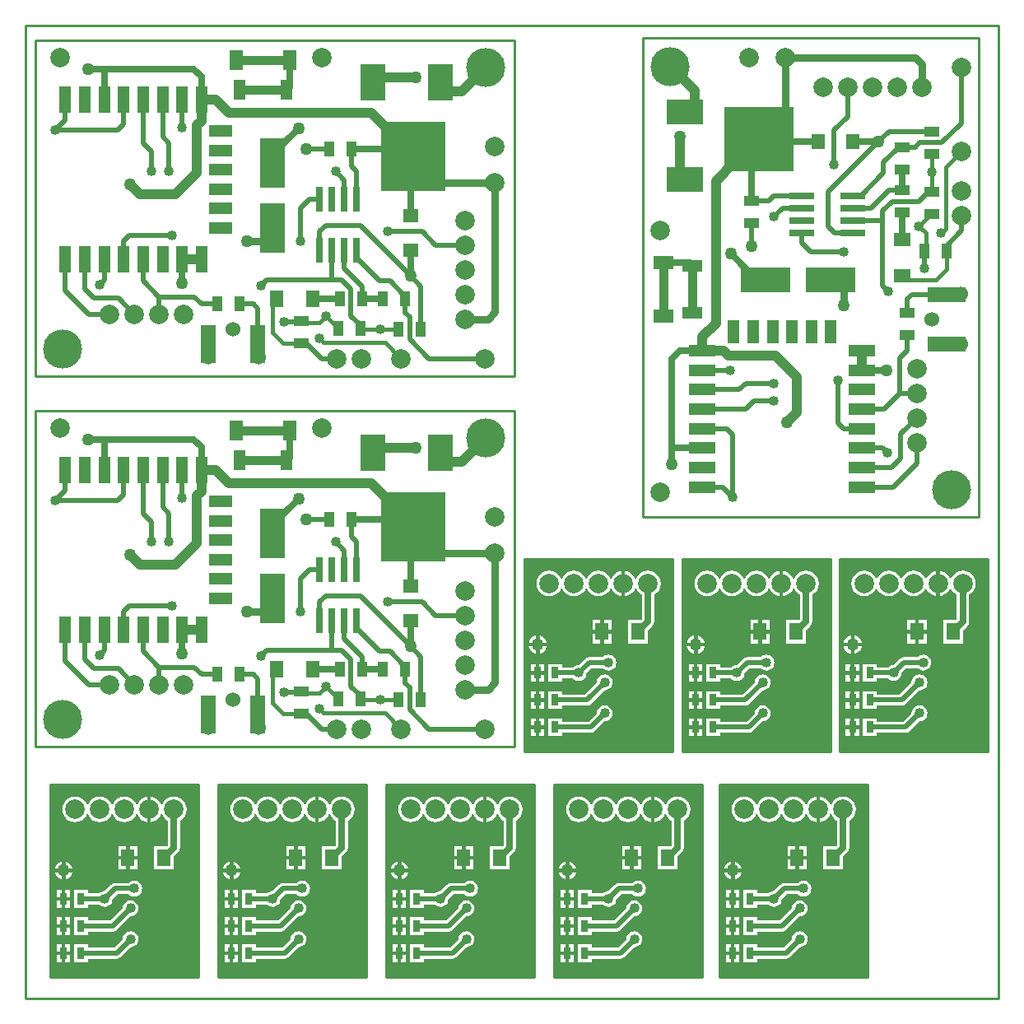
<source format=gbl>
%FSLAX25Y25*%
%MOIN*%
G70*
G01*
G75*
G04 Layer_Physical_Order=2*
G04 Layer_Color=16711680*
%ADD10R,0.01772X0.06299*%
%ADD11R,0.06299X0.13386*%
%ADD12R,0.05512X0.01654*%
%ADD13R,0.04724X0.04724*%
%ADD14R,0.08465X0.05000*%
%ADD15R,0.09000X0.15000*%
%ADD16R,0.05906X0.03937*%
%ADD17R,0.03937X0.05906*%
%ADD18R,0.07874X0.11024*%
%ADD19R,0.03500X0.05000*%
%ADD20R,0.07874X0.15748*%
%ADD21R,0.06299X0.09449*%
%ADD22R,0.05512X0.07087*%
%ADD23R,0.05906X0.15748*%
%ADD24R,0.06299X0.01772*%
%ADD25R,0.13386X0.06299*%
%ADD26R,0.01654X0.05512*%
%ADD27R,0.04724X0.04724*%
%ADD28R,0.05000X0.08465*%
%ADD29R,0.15000X0.09000*%
%ADD30R,0.11024X0.07874*%
%ADD31R,0.15748X0.05906*%
%ADD32R,0.05000X0.03500*%
%ADD33R,0.15748X0.07874*%
%ADD34R,0.09449X0.06299*%
%ADD35R,0.07087X0.05512*%
%ADD36R,0.06600X0.01700*%
%ADD37C,0.02500*%
%ADD38C,0.02000*%
%ADD39C,0.03000*%
%ADD40C,0.01500*%
%ADD41C,0.04000*%
%ADD42C,0.01000*%
%ADD43C,0.01800*%
%ADD44R,0.01600X0.04800*%
%ADD45R,0.34200X0.03200*%
%ADD46R,0.14413X0.28346*%
%ADD47R,0.04800X0.01600*%
%ADD48R,0.03200X0.34200*%
%ADD49R,0.28346X0.14413*%
%ADD50C,0.15800*%
%ADD51R,0.05512X0.07874*%
%ADD52R,0.05118X0.07874*%
%ADD53C,0.07874*%
%ADD54R,0.07874X0.05512*%
%ADD55R,0.07874X0.05118*%
%ADD56C,0.05000*%
%ADD57C,0.04000*%
%ADD58C,0.06000*%
%ADD59C,0.03937*%
%ADD60R,0.09449X0.04724*%
%ADD61R,0.04724X0.11024*%
%ADD62R,0.03000X0.10000*%
%ADD63R,0.10000X0.20000*%
%ADD64R,0.06299X0.05512*%
%ADD65R,0.09843X0.14961*%
%ADD66R,0.04724X0.09449*%
%ADD67R,0.11024X0.04724*%
%ADD68R,0.10000X0.03000*%
%ADD69R,0.20000X0.10000*%
%ADD70R,0.05512X0.06299*%
%ADD71R,0.14961X0.09843*%
%ADD72R,0.03150X0.04724*%
%ADD73C,0.03500*%
%ADD74R,0.26400X0.28346*%
%ADD75R,0.28346X0.26400*%
G36*
X372000Y210000D02*
X312000D01*
Y288000D01*
X372000D01*
Y210000D01*
D02*
G37*
G36*
X451000Y118500D02*
X391000D01*
Y196500D01*
X451000D01*
Y118500D01*
D02*
G37*
G36*
X499500Y210000D02*
X439500D01*
Y288000D01*
X499500D01*
Y210000D01*
D02*
G37*
G36*
X436000D02*
X376000D01*
Y288000D01*
X436000D01*
Y210000D01*
D02*
G37*
G36*
X316000Y118500D02*
X256000D01*
Y196500D01*
X316000D01*
Y118500D01*
D02*
G37*
G36*
X248000D02*
X188000D01*
Y196500D01*
X248000D01*
Y118500D01*
D02*
G37*
G36*
X180000D02*
X120000D01*
Y196500D01*
X180000D01*
Y118500D01*
D02*
G37*
G36*
X384000D02*
X324000D01*
Y196500D01*
X384000D01*
Y118500D01*
D02*
G37*
%LPC*%
G36*
X264082Y153889D02*
X262057D01*
Y151077D01*
X264082D01*
Y153889D01*
D02*
G37*
G36*
X328557D02*
X326532D01*
Y151077D01*
X328557D01*
Y153889D01*
D02*
G37*
G36*
X196082D02*
X194057D01*
Y151077D01*
X196082D01*
Y153889D01*
D02*
G37*
G36*
X260557D02*
X258532D01*
Y151077D01*
X260557D01*
Y153889D01*
D02*
G37*
G36*
X332082D02*
X330057D01*
Y151077D01*
X332082D01*
Y153889D01*
D02*
G37*
G36*
X154000Y157728D02*
X153165Y157618D01*
X152386Y157295D01*
X151718Y156782D01*
X151688Y156743D01*
X146200D01*
X145342Y156572D01*
X144614Y156086D01*
X142049Y153521D01*
X142000Y153528D01*
X141165Y153418D01*
X140386Y153095D01*
X139718Y152582D01*
X139688Y152543D01*
X135169D01*
Y153889D01*
X129619D01*
Y146765D01*
X135169D01*
Y148057D01*
X139688D01*
X139718Y148018D01*
X140386Y147505D01*
X141165Y147182D01*
X142000Y147072D01*
X142835Y147182D01*
X143614Y147505D01*
X144282Y148018D01*
X144795Y148686D01*
X145118Y149465D01*
X145228Y150300D01*
X145221Y150349D01*
X147129Y152257D01*
X151688D01*
X151718Y152218D01*
X152386Y151705D01*
X153165Y151382D01*
X154000Y151272D01*
X154835Y151382D01*
X155614Y151705D01*
X156282Y152218D01*
X156795Y152886D01*
X157118Y153665D01*
X157228Y154500D01*
X157118Y155335D01*
X156795Y156114D01*
X156282Y156782D01*
X155614Y157295D01*
X154835Y157618D01*
X154000Y157728D01*
D02*
G37*
G36*
X222000D02*
X221165Y157618D01*
X220386Y157295D01*
X219718Y156782D01*
X219688Y156743D01*
X214200D01*
X213342Y156572D01*
X212614Y156086D01*
X210049Y153521D01*
X210000Y153528D01*
X209165Y153418D01*
X208386Y153095D01*
X207718Y152582D01*
X207688Y152543D01*
X203169D01*
Y153889D01*
X197619D01*
Y146765D01*
X203169D01*
Y148057D01*
X207688D01*
X207718Y148018D01*
X208386Y147505D01*
X209165Y147182D01*
X210000Y147072D01*
X210835Y147182D01*
X211614Y147505D01*
X212282Y148018D01*
X212795Y148686D01*
X213118Y149465D01*
X213228Y150300D01*
X213221Y150349D01*
X215129Y152257D01*
X219688D01*
X219718Y152218D01*
X220386Y151705D01*
X221165Y151382D01*
X222000Y151272D01*
X222835Y151382D01*
X223614Y151705D01*
X224282Y152218D01*
X224795Y152886D01*
X225118Y153665D01*
X225228Y154500D01*
X225118Y155335D01*
X224795Y156114D01*
X224282Y156782D01*
X223614Y157295D01*
X222835Y157618D01*
X222000Y157728D01*
D02*
G37*
G36*
X395557Y153889D02*
X393532D01*
Y151077D01*
X395557D01*
Y153889D01*
D02*
G37*
G36*
X399082D02*
X397057D01*
Y151077D01*
X399082D01*
Y153889D01*
D02*
G37*
G36*
X192557D02*
X190532D01*
Y151077D01*
X192557D01*
Y153889D01*
D02*
G37*
G36*
X196082Y149577D02*
X194057D01*
Y146765D01*
X196082D01*
Y149577D01*
D02*
G37*
G36*
X260557D02*
X258532D01*
Y146765D01*
X260557D01*
Y149577D01*
D02*
G37*
G36*
X264082D02*
X262057D01*
Y146765D01*
X264082D01*
Y149577D01*
D02*
G37*
G36*
X124557D02*
X122532D01*
Y146765D01*
X124557D01*
Y149577D01*
D02*
G37*
G36*
X128082D02*
X126057D01*
Y146765D01*
X128082D01*
Y149577D01*
D02*
G37*
G36*
X192557D02*
X190532D01*
Y146765D01*
X192557D01*
Y149577D01*
D02*
G37*
G36*
X399082D02*
X397057D01*
Y146765D01*
X399082D01*
Y149577D01*
D02*
G37*
G36*
X124557Y153889D02*
X122532D01*
Y151077D01*
X124557D01*
Y153889D01*
D02*
G37*
G36*
X128082D02*
X126057D01*
Y151077D01*
X128082D01*
Y153889D01*
D02*
G37*
G36*
X328557Y149577D02*
X326532D01*
Y146765D01*
X328557D01*
Y149577D01*
D02*
G37*
G36*
X332082D02*
X330057D01*
Y146765D01*
X332082D01*
Y149577D01*
D02*
G37*
G36*
X395557D02*
X393532D01*
Y146765D01*
X395557D01*
Y149577D01*
D02*
G37*
G36*
X223389Y166250D02*
X220183D01*
Y162257D01*
X223389D01*
Y166250D01*
D02*
G37*
G36*
X286683D02*
X283477D01*
Y162257D01*
X286683D01*
Y166250D01*
D02*
G37*
G36*
X291389D02*
X288183D01*
Y162257D01*
X291389D01*
Y166250D01*
D02*
G37*
G36*
X150683D02*
X147477D01*
Y162257D01*
X150683D01*
Y166250D01*
D02*
G37*
G36*
X155389D02*
X152183D01*
Y162257D01*
X155389D01*
Y166250D01*
D02*
G37*
G36*
X218683D02*
X215477D01*
Y162257D01*
X218683D01*
Y166250D01*
D02*
G37*
G36*
X426389D02*
X423183D01*
Y162257D01*
X426389D01*
Y166250D01*
D02*
G37*
G36*
X124650Y165433D02*
X124434Y165405D01*
X123534Y165032D01*
X122761Y164439D01*
X122168Y163666D01*
X121795Y162766D01*
X121767Y162550D01*
X124650D01*
Y165433D01*
D02*
G37*
G36*
X126150D02*
Y162550D01*
X129033D01*
X129005Y162766D01*
X128632Y163666D01*
X128039Y164439D01*
X127266Y165032D01*
X126366Y165405D01*
X126150Y165433D01*
D02*
G37*
G36*
X354683Y166250D02*
X351477D01*
Y162257D01*
X354683D01*
Y166250D01*
D02*
G37*
G36*
X359389D02*
X356183D01*
Y162257D01*
X359389D01*
Y166250D01*
D02*
G37*
G36*
X421683D02*
X418477D01*
Y162257D01*
X421683D01*
Y166250D01*
D02*
G37*
G36*
X400033Y161050D02*
X397150D01*
Y158167D01*
X397366Y158195D01*
X398266Y158568D01*
X399039Y159161D01*
X399632Y159934D01*
X400005Y160834D01*
X400033Y161050D01*
D02*
G37*
G36*
X124650D02*
X121767D01*
X121795Y160834D01*
X122168Y159934D01*
X122761Y159161D01*
X123534Y158568D01*
X124434Y158195D01*
X124650Y158167D01*
Y161050D01*
D02*
G37*
G36*
X129033D02*
X126150D01*
Y158167D01*
X126366Y158195D01*
X127266Y158568D01*
X128039Y159161D01*
X128632Y159934D01*
X129005Y160834D01*
X129033Y161050D01*
D02*
G37*
G36*
X192650D02*
X189767D01*
X189795Y160834D01*
X190168Y159934D01*
X190761Y159161D01*
X191534Y158568D01*
X192434Y158195D01*
X192650Y158167D01*
Y161050D01*
D02*
G37*
G36*
X290000Y157728D02*
X289165Y157618D01*
X288386Y157295D01*
X287718Y156782D01*
X287688Y156743D01*
X282200D01*
X281342Y156572D01*
X280614Y156086D01*
X278049Y153521D01*
X278000Y153528D01*
X277165Y153418D01*
X276386Y153095D01*
X275718Y152582D01*
X275688Y152543D01*
X271168D01*
Y153889D01*
X265619D01*
Y146765D01*
X271168D01*
Y148057D01*
X275688D01*
X275718Y148018D01*
X276386Y147505D01*
X277165Y147182D01*
X278000Y147072D01*
X278835Y147182D01*
X279614Y147505D01*
X280282Y148018D01*
X280795Y148686D01*
X281118Y149465D01*
X281228Y150300D01*
X281221Y150349D01*
X283129Y152257D01*
X287688D01*
X287718Y152218D01*
X288386Y151705D01*
X289165Y151382D01*
X290000Y151272D01*
X290835Y151382D01*
X291614Y151705D01*
X292282Y152218D01*
X292795Y152886D01*
X293118Y153665D01*
X293228Y154500D01*
X293118Y155335D01*
X292795Y156114D01*
X292282Y156782D01*
X291614Y157295D01*
X290835Y157618D01*
X290000Y157728D01*
D02*
G37*
G36*
X358000D02*
X357165Y157618D01*
X356386Y157295D01*
X355718Y156782D01*
X355688Y156743D01*
X350200D01*
X349342Y156572D01*
X348614Y156086D01*
X346049Y153521D01*
X346000Y153528D01*
X345165Y153418D01*
X344386Y153095D01*
X343718Y152582D01*
X343688Y152543D01*
X339169D01*
Y153889D01*
X333619D01*
Y146765D01*
X339169D01*
Y148057D01*
X343688D01*
X343718Y148018D01*
X344386Y147505D01*
X345165Y147182D01*
X346000Y147072D01*
X346835Y147182D01*
X347614Y147505D01*
X348282Y148018D01*
X348795Y148686D01*
X349118Y149465D01*
X349228Y150300D01*
X349221Y150349D01*
X351129Y152257D01*
X355688D01*
X355718Y152218D01*
X356386Y151705D01*
X357165Y151382D01*
X358000Y151272D01*
X358835Y151382D01*
X359614Y151705D01*
X360282Y152218D01*
X360795Y152886D01*
X361118Y153665D01*
X361228Y154500D01*
X361118Y155335D01*
X360795Y156114D01*
X360282Y156782D01*
X359614Y157295D01*
X358835Y157618D01*
X358000Y157728D01*
D02*
G37*
G36*
X425000D02*
X424165Y157618D01*
X423386Y157295D01*
X422718Y156782D01*
X422688Y156743D01*
X417200D01*
X416342Y156572D01*
X415614Y156086D01*
X413049Y153521D01*
X413000Y153528D01*
X412165Y153418D01*
X411386Y153095D01*
X410718Y152582D01*
X410688Y152543D01*
X406169D01*
Y153889D01*
X400619D01*
Y146765D01*
X406169D01*
Y148057D01*
X410688D01*
X410718Y148018D01*
X411386Y147505D01*
X412165Y147182D01*
X413000Y147072D01*
X413835Y147182D01*
X414614Y147505D01*
X415282Y148018D01*
X415795Y148686D01*
X416118Y149465D01*
X416228Y150300D01*
X416221Y150349D01*
X418129Y152257D01*
X422688D01*
X422718Y152218D01*
X423386Y151705D01*
X424165Y151382D01*
X425000Y151272D01*
X425835Y151382D01*
X426614Y151705D01*
X427282Y152218D01*
X427795Y152886D01*
X428118Y153665D01*
X428228Y154500D01*
X428118Y155335D01*
X427795Y156114D01*
X427282Y156782D01*
X426614Y157295D01*
X425835Y157618D01*
X425000Y157728D01*
D02*
G37*
G36*
X328650Y161050D02*
X325767D01*
X325795Y160834D01*
X326168Y159934D01*
X326761Y159161D01*
X327534Y158568D01*
X328434Y158195D01*
X328650Y158167D01*
Y161050D01*
D02*
G37*
G36*
X333033D02*
X330150D01*
Y158167D01*
X330366Y158195D01*
X331266Y158568D01*
X332039Y159161D01*
X332632Y159934D01*
X333005Y160834D01*
X333033Y161050D01*
D02*
G37*
G36*
X395650D02*
X392767D01*
X392795Y160834D01*
X393168Y159934D01*
X393761Y159161D01*
X394534Y158568D01*
X395434Y158195D01*
X395650Y158167D01*
Y161050D01*
D02*
G37*
G36*
X197033D02*
X194150D01*
Y158167D01*
X194366Y158195D01*
X195266Y158568D01*
X196039Y159161D01*
X196632Y159934D01*
X197005Y160834D01*
X197033Y161050D01*
D02*
G37*
G36*
X260650D02*
X257767D01*
X257795Y160834D01*
X258168Y159934D01*
X258761Y159161D01*
X259534Y158568D01*
X260434Y158195D01*
X260650Y158167D01*
Y161050D01*
D02*
G37*
G36*
X265033D02*
X262150D01*
Y158167D01*
X262366Y158195D01*
X263266Y158568D01*
X264039Y159161D01*
X264632Y159934D01*
X265005Y160834D01*
X265033Y161050D01*
D02*
G37*
G36*
X328557Y131889D02*
X326532D01*
Y129077D01*
X328557D01*
Y131889D01*
D02*
G37*
G36*
X332082D02*
X330057D01*
Y129077D01*
X332082D01*
Y131889D01*
D02*
G37*
G36*
X395557D02*
X393532D01*
Y129077D01*
X395557D01*
Y131889D01*
D02*
G37*
G36*
X196082D02*
X194057D01*
Y129077D01*
X196082D01*
Y131889D01*
D02*
G37*
G36*
X260557D02*
X258532D01*
Y129077D01*
X260557D01*
Y131889D01*
D02*
G37*
G36*
X264082D02*
X262057D01*
Y129077D01*
X264082D01*
Y131889D01*
D02*
G37*
G36*
X288500Y137228D02*
X287665Y137118D01*
X286886Y136795D01*
X286218Y136282D01*
X285705Y135614D01*
X285382Y134835D01*
X285272Y134000D01*
X285279Y133951D01*
X281898Y130570D01*
X271168D01*
Y131889D01*
X265619D01*
Y124765D01*
X271168D01*
Y126084D01*
X282827D01*
X283685Y126254D01*
X284413Y126741D01*
X284413Y126741D01*
X284413Y126741D01*
X288451Y130779D01*
X288500Y130772D01*
X289335Y130882D01*
X290114Y131205D01*
X290782Y131718D01*
X291295Y132386D01*
X291618Y133165D01*
X291728Y134000D01*
X291618Y134835D01*
X291295Y135614D01*
X290782Y136282D01*
X290114Y136795D01*
X289335Y137118D01*
X288500Y137228D01*
D02*
G37*
G36*
X356500D02*
X355665Y137118D01*
X354886Y136795D01*
X354218Y136282D01*
X353705Y135614D01*
X353382Y134835D01*
X353272Y134000D01*
X353279Y133951D01*
X349898Y130570D01*
X339169D01*
Y131889D01*
X333619D01*
Y124765D01*
X339169D01*
Y126084D01*
X350827D01*
X351685Y126254D01*
X352413Y126741D01*
X352413Y126741D01*
X352413Y126741D01*
X356451Y130779D01*
X356500Y130772D01*
X357335Y130882D01*
X358114Y131205D01*
X358782Y131718D01*
X359295Y132386D01*
X359618Y133165D01*
X359728Y134000D01*
X359618Y134835D01*
X359295Y135614D01*
X358782Y136282D01*
X358114Y136795D01*
X357335Y137118D01*
X356500Y137228D01*
D02*
G37*
G36*
X423500D02*
X422665Y137118D01*
X421886Y136795D01*
X421218Y136282D01*
X420705Y135614D01*
X420382Y134835D01*
X420272Y134000D01*
X420279Y133951D01*
X416898Y130570D01*
X406169D01*
Y131889D01*
X400619D01*
Y124765D01*
X406169D01*
Y126084D01*
X417827D01*
X418685Y126254D01*
X419413Y126741D01*
X419413Y126741D01*
X419413Y126741D01*
X423451Y130779D01*
X423500Y130772D01*
X424335Y130882D01*
X425114Y131205D01*
X425782Y131718D01*
X426295Y132386D01*
X426618Y133165D01*
X426728Y134000D01*
X426618Y134835D01*
X426295Y135614D01*
X425782Y136282D01*
X425114Y136795D01*
X424335Y137118D01*
X423500Y137228D01*
D02*
G37*
G36*
X399082Y131889D02*
X397057D01*
Y129077D01*
X399082D01*
Y131889D01*
D02*
G37*
G36*
X152500Y137228D02*
X151665Y137118D01*
X150886Y136795D01*
X150218Y136282D01*
X149705Y135614D01*
X149382Y134835D01*
X149272Y134000D01*
X149279Y133951D01*
X145898Y130570D01*
X135169D01*
Y131889D01*
X129619D01*
Y124765D01*
X135169D01*
Y126084D01*
X146827D01*
X147685Y126254D01*
X148413Y126741D01*
X148413Y126741D01*
X148413Y126741D01*
X152451Y130779D01*
X152500Y130772D01*
X153335Y130882D01*
X154114Y131205D01*
X154782Y131718D01*
X155295Y132386D01*
X155618Y133165D01*
X155728Y134000D01*
X155618Y134835D01*
X155295Y135614D01*
X154782Y136282D01*
X154114Y136795D01*
X153335Y137118D01*
X152500Y137228D01*
D02*
G37*
G36*
X220500D02*
X219665Y137118D01*
X218886Y136795D01*
X218218Y136282D01*
X217705Y135614D01*
X217382Y134835D01*
X217272Y134000D01*
X217279Y133951D01*
X213898Y130570D01*
X203169D01*
Y131889D01*
X197619D01*
Y124765D01*
X203169D01*
Y126084D01*
X214827D01*
X215685Y126254D01*
X216413Y126741D01*
X216413Y126741D01*
X216413Y126741D01*
X220451Y130779D01*
X220500Y130772D01*
X221335Y130882D01*
X222114Y131205D01*
X222782Y131718D01*
X223295Y132386D01*
X223618Y133165D01*
X223728Y134000D01*
X223618Y134835D01*
X223295Y135614D01*
X222782Y136282D01*
X222114Y136795D01*
X221335Y137118D01*
X220500Y137228D01*
D02*
G37*
G36*
X192557Y131889D02*
X190532D01*
Y129077D01*
X192557D01*
Y131889D01*
D02*
G37*
G36*
X196082Y127577D02*
X194057D01*
Y124765D01*
X196082D01*
Y127577D01*
D02*
G37*
G36*
X260557D02*
X258532D01*
Y124765D01*
X260557D01*
Y127577D01*
D02*
G37*
G36*
X264082D02*
X262057D01*
Y124765D01*
X264082D01*
Y127577D01*
D02*
G37*
G36*
X124557D02*
X122532D01*
Y124765D01*
X124557D01*
Y127577D01*
D02*
G37*
G36*
X128082D02*
X126057D01*
Y124765D01*
X128082D01*
Y127577D01*
D02*
G37*
G36*
X192557D02*
X190532D01*
Y124765D01*
X192557D01*
Y127577D01*
D02*
G37*
G36*
X399082D02*
X397057D01*
Y124765D01*
X399082D01*
Y127577D01*
D02*
G37*
G36*
X124557Y131889D02*
X122532D01*
Y129077D01*
X124557D01*
Y131889D01*
D02*
G37*
G36*
X128082D02*
X126057D01*
Y129077D01*
X128082D01*
Y131889D01*
D02*
G37*
G36*
X328557Y127577D02*
X326532D01*
Y124765D01*
X328557D01*
Y127577D01*
D02*
G37*
G36*
X332082D02*
X330057D01*
Y124765D01*
X332082D01*
Y127577D01*
D02*
G37*
G36*
X395557D02*
X393532D01*
Y124765D01*
X395557D01*
Y127577D01*
D02*
G37*
G36*
X328557Y142889D02*
X326532D01*
Y140077D01*
X328557D01*
Y142889D01*
D02*
G37*
G36*
X332082D02*
X330057D01*
Y140077D01*
X332082D01*
Y142889D01*
D02*
G37*
G36*
X395557D02*
X393532D01*
Y140077D01*
X395557D01*
Y142889D01*
D02*
G37*
G36*
X196082D02*
X194057D01*
Y140077D01*
X196082D01*
Y142889D01*
D02*
G37*
G36*
X260557D02*
X258532D01*
Y140077D01*
X260557D01*
Y142889D01*
D02*
G37*
G36*
X264082D02*
X262057D01*
Y140077D01*
X264082D01*
Y142889D01*
D02*
G37*
G36*
X288500Y149728D02*
X287665Y149618D01*
X286886Y149295D01*
X286218Y148782D01*
X285705Y148114D01*
X285382Y147335D01*
X285272Y146500D01*
X285279Y146451D01*
X280398Y141570D01*
X271168D01*
Y142889D01*
X265619D01*
Y135765D01*
X271168D01*
Y137084D01*
X281327D01*
X282185Y137254D01*
X282913Y137741D01*
X282913Y137741D01*
X282913Y137741D01*
X288451Y143279D01*
X288500Y143272D01*
X289335Y143382D01*
X290114Y143705D01*
X290782Y144218D01*
X291295Y144886D01*
X291618Y145665D01*
X291728Y146500D01*
X291618Y147335D01*
X291295Y148114D01*
X290782Y148782D01*
X290114Y149295D01*
X289335Y149618D01*
X288500Y149728D01*
D02*
G37*
G36*
X356500D02*
X355665Y149618D01*
X354886Y149295D01*
X354218Y148782D01*
X353705Y148114D01*
X353382Y147335D01*
X353272Y146500D01*
X353279Y146451D01*
X348398Y141570D01*
X339169D01*
Y142889D01*
X333619D01*
Y135765D01*
X339169D01*
Y137084D01*
X349327D01*
X350185Y137254D01*
X350913Y137741D01*
X350913Y137741D01*
X350913Y137741D01*
X356451Y143279D01*
X356500Y143272D01*
X357335Y143382D01*
X358114Y143705D01*
X358782Y144218D01*
X359295Y144886D01*
X359618Y145665D01*
X359728Y146500D01*
X359618Y147335D01*
X359295Y148114D01*
X358782Y148782D01*
X358114Y149295D01*
X357335Y149618D01*
X356500Y149728D01*
D02*
G37*
G36*
X423500D02*
X422665Y149618D01*
X421886Y149295D01*
X421218Y148782D01*
X420705Y148114D01*
X420382Y147335D01*
X420272Y146500D01*
X420279Y146451D01*
X415398Y141570D01*
X406169D01*
Y142889D01*
X400619D01*
Y135765D01*
X406169D01*
Y137084D01*
X416327D01*
X417185Y137254D01*
X417913Y137741D01*
X417913Y137741D01*
X417913Y137741D01*
X423451Y143279D01*
X423500Y143272D01*
X424335Y143382D01*
X425114Y143705D01*
X425782Y144218D01*
X426295Y144886D01*
X426618Y145665D01*
X426728Y146500D01*
X426618Y147335D01*
X426295Y148114D01*
X425782Y148782D01*
X425114Y149295D01*
X424335Y149618D01*
X423500Y149728D01*
D02*
G37*
G36*
X399082Y142889D02*
X397057D01*
Y140077D01*
X399082D01*
Y142889D01*
D02*
G37*
G36*
X152500Y149728D02*
X151665Y149618D01*
X150886Y149295D01*
X150218Y148782D01*
X149705Y148114D01*
X149382Y147335D01*
X149272Y146500D01*
X149279Y146451D01*
X144398Y141570D01*
X135169D01*
Y142889D01*
X129619D01*
Y135765D01*
X135169D01*
Y137084D01*
X145327D01*
X146185Y137254D01*
X146913Y137741D01*
X146913Y137741D01*
X146913Y137741D01*
X152451Y143279D01*
X152500Y143272D01*
X153335Y143382D01*
X154114Y143705D01*
X154782Y144218D01*
X155295Y144886D01*
X155618Y145665D01*
X155728Y146500D01*
X155618Y147335D01*
X155295Y148114D01*
X154782Y148782D01*
X154114Y149295D01*
X153335Y149618D01*
X152500Y149728D01*
D02*
G37*
G36*
X220500D02*
X219665Y149618D01*
X218886Y149295D01*
X218218Y148782D01*
X217705Y148114D01*
X217382Y147335D01*
X217272Y146500D01*
X217279Y146451D01*
X212398Y141570D01*
X203169D01*
Y142889D01*
X197619D01*
Y135765D01*
X203169D01*
Y137084D01*
X213327D01*
X214185Y137254D01*
X214913Y137741D01*
X214913Y137741D01*
X214913Y137741D01*
X220451Y143279D01*
X220500Y143272D01*
X221335Y143382D01*
X222114Y143705D01*
X222782Y144218D01*
X223295Y144886D01*
X223618Y145665D01*
X223728Y146500D01*
X223618Y147335D01*
X223295Y148114D01*
X222782Y148782D01*
X222114Y149295D01*
X221335Y149618D01*
X220500Y149728D01*
D02*
G37*
G36*
X192557Y142889D02*
X190532D01*
Y140077D01*
X192557D01*
Y142889D01*
D02*
G37*
G36*
X196082Y138577D02*
X194057D01*
Y135765D01*
X196082D01*
Y138577D01*
D02*
G37*
G36*
X260557D02*
X258532D01*
Y135765D01*
X260557D01*
Y138577D01*
D02*
G37*
G36*
X264082D02*
X262057D01*
Y135765D01*
X264082D01*
Y138577D01*
D02*
G37*
G36*
X124557D02*
X122532D01*
Y135765D01*
X124557D01*
Y138577D01*
D02*
G37*
G36*
X128082D02*
X126057D01*
Y135765D01*
X128082D01*
Y138577D01*
D02*
G37*
G36*
X192557D02*
X190532D01*
Y135765D01*
X192557D01*
Y138577D01*
D02*
G37*
G36*
X399082D02*
X397057D01*
Y135765D01*
X399082D01*
Y138577D01*
D02*
G37*
G36*
X124557Y142889D02*
X122532D01*
Y140077D01*
X124557D01*
Y142889D01*
D02*
G37*
G36*
X128082D02*
X126057D01*
Y140077D01*
X128082D01*
Y142889D01*
D02*
G37*
G36*
X328557Y138577D02*
X326532D01*
Y135765D01*
X328557D01*
Y138577D01*
D02*
G37*
G36*
X332082D02*
X330057D01*
Y135765D01*
X332082D01*
Y138577D01*
D02*
G37*
G36*
X395557D02*
X393532D01*
Y135765D01*
X395557D01*
Y138577D01*
D02*
G37*
G36*
X192650Y165433D02*
X192434Y165405D01*
X191534Y165032D01*
X190761Y164439D01*
X190168Y163666D01*
X189795Y162766D01*
X189767Y162550D01*
X192650D01*
Y165433D01*
D02*
G37*
G36*
X444057Y245389D02*
X442032D01*
Y242577D01*
X444057D01*
Y245389D01*
D02*
G37*
G36*
X447582D02*
X445557D01*
Y242577D01*
X447582D01*
Y245389D01*
D02*
G37*
G36*
X346000Y249228D02*
X345165Y249118D01*
X344386Y248795D01*
X343718Y248282D01*
X343688Y248243D01*
X338200D01*
X337342Y248072D01*
X336614Y247586D01*
X334049Y245021D01*
X334000Y245028D01*
X333165Y244918D01*
X332386Y244595D01*
X331718Y244082D01*
X331688Y244043D01*
X327168D01*
Y245389D01*
X321619D01*
Y238265D01*
X327168D01*
Y239557D01*
X331688D01*
X331718Y239518D01*
X332386Y239005D01*
X333165Y238682D01*
X334000Y238572D01*
X334835Y238682D01*
X335614Y239005D01*
X336282Y239518D01*
X336795Y240186D01*
X337118Y240965D01*
X337228Y241800D01*
X337221Y241849D01*
X339129Y243757D01*
X343688D01*
X343718Y243718D01*
X344386Y243205D01*
X345165Y242882D01*
X346000Y242772D01*
X346835Y242882D01*
X347614Y243205D01*
X348282Y243718D01*
X348795Y244386D01*
X349118Y245165D01*
X349228Y246000D01*
X349118Y246835D01*
X348795Y247614D01*
X348282Y248282D01*
X347614Y248795D01*
X346835Y249118D01*
X346000Y249228D01*
D02*
G37*
G36*
X320082Y245389D02*
X318057D01*
Y242577D01*
X320082D01*
Y245389D01*
D02*
G37*
G36*
X380557D02*
X378532D01*
Y242577D01*
X380557D01*
Y245389D01*
D02*
G37*
G36*
X384082D02*
X382057D01*
Y242577D01*
X384082D01*
Y245389D01*
D02*
G37*
G36*
X321033Y252550D02*
X318150D01*
Y249667D01*
X318366Y249695D01*
X319266Y250068D01*
X320039Y250661D01*
X320632Y251434D01*
X321005Y252334D01*
X321033Y252550D01*
D02*
G37*
G36*
X380650D02*
X377767D01*
X377795Y252334D01*
X378168Y251434D01*
X378761Y250661D01*
X379534Y250068D01*
X380434Y249695D01*
X380650Y249667D01*
Y252550D01*
D02*
G37*
G36*
X385033D02*
X382150D01*
Y249667D01*
X382366Y249695D01*
X383266Y250068D01*
X384039Y250661D01*
X384632Y251434D01*
X385005Y252334D01*
X385033Y252550D01*
D02*
G37*
G36*
X410000Y249228D02*
X409165Y249118D01*
X408386Y248795D01*
X407718Y248282D01*
X407688Y248243D01*
X402200D01*
X401342Y248072D01*
X400614Y247586D01*
X398049Y245021D01*
X398000Y245028D01*
X397165Y244918D01*
X396386Y244595D01*
X395718Y244082D01*
X395688Y244043D01*
X391168D01*
Y245389D01*
X385619D01*
Y238265D01*
X391168D01*
Y239557D01*
X395688D01*
X395718Y239518D01*
X396386Y239005D01*
X397165Y238682D01*
X398000Y238572D01*
X398835Y238682D01*
X399614Y239005D01*
X400282Y239518D01*
X400795Y240186D01*
X401118Y240965D01*
X401228Y241800D01*
X401221Y241849D01*
X403129Y243757D01*
X407688D01*
X407718Y243718D01*
X408386Y243205D01*
X409165Y242882D01*
X410000Y242772D01*
X410835Y242882D01*
X411614Y243205D01*
X412282Y243718D01*
X412795Y244386D01*
X413118Y245165D01*
X413228Y246000D01*
X413118Y246835D01*
X412795Y247614D01*
X412282Y248282D01*
X411614Y248795D01*
X410835Y249118D01*
X410000Y249228D01*
D02*
G37*
G36*
X473500D02*
X472665Y249118D01*
X471886Y248795D01*
X471218Y248282D01*
X471188Y248243D01*
X465700D01*
X464842Y248072D01*
X464114Y247586D01*
X461549Y245021D01*
X461500Y245028D01*
X460665Y244918D01*
X459886Y244595D01*
X459218Y244082D01*
X459188Y244043D01*
X454669D01*
Y245389D01*
X449119D01*
Y238265D01*
X454669D01*
Y239557D01*
X459188D01*
X459218Y239518D01*
X459886Y239005D01*
X460665Y238682D01*
X461500Y238572D01*
X462335Y238682D01*
X463114Y239005D01*
X463782Y239518D01*
X464295Y240186D01*
X464618Y240965D01*
X464728Y241800D01*
X464721Y241849D01*
X466629Y243757D01*
X471188D01*
X471218Y243718D01*
X471886Y243205D01*
X472665Y242882D01*
X473500Y242772D01*
X474335Y242882D01*
X475114Y243205D01*
X475782Y243718D01*
X476295Y244386D01*
X476618Y245165D01*
X476728Y246000D01*
X476618Y246835D01*
X476295Y247614D01*
X475782Y248282D01*
X475114Y248795D01*
X474335Y249118D01*
X473500Y249228D01*
D02*
G37*
G36*
X316650Y252550D02*
X313767D01*
X313795Y252334D01*
X314168Y251434D01*
X314761Y250661D01*
X315534Y250068D01*
X316434Y249695D01*
X316650Y249667D01*
Y252550D01*
D02*
G37*
G36*
X316557Y245389D02*
X314532D01*
Y242577D01*
X316557D01*
Y245389D01*
D02*
G37*
G36*
X344500Y241228D02*
X343665Y241118D01*
X342886Y240795D01*
X342218Y240282D01*
X341705Y239614D01*
X341382Y238835D01*
X341272Y238000D01*
X341279Y237951D01*
X336398Y233070D01*
X327168D01*
Y234389D01*
X321619D01*
Y227265D01*
X327168D01*
Y228584D01*
X337327D01*
X338185Y228754D01*
X338913Y229241D01*
X338913Y229241D01*
X338913Y229241D01*
X344451Y234779D01*
X344500Y234772D01*
X345335Y234882D01*
X346114Y235205D01*
X346782Y235718D01*
X347295Y236386D01*
X347618Y237165D01*
X347728Y238000D01*
X347618Y238835D01*
X347295Y239614D01*
X346782Y240282D01*
X346114Y240795D01*
X345335Y241118D01*
X344500Y241228D01*
D02*
G37*
G36*
X408500D02*
X407665Y241118D01*
X406886Y240795D01*
X406218Y240282D01*
X405705Y239614D01*
X405382Y238835D01*
X405272Y238000D01*
X405279Y237951D01*
X400398Y233070D01*
X391168D01*
Y234389D01*
X385619D01*
Y227265D01*
X391168D01*
Y228584D01*
X401327D01*
X402185Y228754D01*
X402913Y229241D01*
X402913Y229241D01*
X402913Y229241D01*
X408451Y234779D01*
X408500Y234772D01*
X409335Y234882D01*
X410114Y235205D01*
X410782Y235718D01*
X411295Y236386D01*
X411618Y237165D01*
X411728Y238000D01*
X411618Y238835D01*
X411295Y239614D01*
X410782Y240282D01*
X410114Y240795D01*
X409335Y241118D01*
X408500Y241228D01*
D02*
G37*
G36*
X472000D02*
X471165Y241118D01*
X470386Y240795D01*
X469718Y240282D01*
X469205Y239614D01*
X468882Y238835D01*
X468772Y238000D01*
X468779Y237951D01*
X463898Y233070D01*
X454669D01*
Y234389D01*
X449119D01*
Y227265D01*
X454669D01*
Y228584D01*
X464827D01*
X465685Y228754D01*
X466413Y229241D01*
X466413Y229241D01*
X466413Y229241D01*
X471951Y234779D01*
X472000Y234772D01*
X472835Y234882D01*
X473614Y235205D01*
X474282Y235718D01*
X474795Y236386D01*
X475118Y237165D01*
X475228Y238000D01*
X475118Y238835D01*
X474795Y239614D01*
X474282Y240282D01*
X473614Y240795D01*
X472835Y241118D01*
X472000Y241228D01*
D02*
G37*
G36*
X384082Y234389D02*
X382057D01*
Y231577D01*
X384082D01*
Y234389D01*
D02*
G37*
G36*
X444057D02*
X442032D01*
Y231577D01*
X444057D01*
Y234389D01*
D02*
G37*
G36*
X447582D02*
X445557D01*
Y231577D01*
X447582D01*
Y234389D01*
D02*
G37*
G36*
X384082Y241077D02*
X382057D01*
Y238265D01*
X384082D01*
Y241077D01*
D02*
G37*
G36*
X444057D02*
X442032D01*
Y238265D01*
X444057D01*
Y241077D01*
D02*
G37*
G36*
X447582D02*
X445557D01*
Y238265D01*
X447582D01*
Y241077D01*
D02*
G37*
G36*
X316557D02*
X314532D01*
Y238265D01*
X316557D01*
Y241077D01*
D02*
G37*
G36*
X320082D02*
X318057D01*
Y238265D01*
X320082D01*
Y241077D01*
D02*
G37*
G36*
X380557D02*
X378532D01*
Y238265D01*
X380557D01*
Y241077D01*
D02*
G37*
G36*
X444150Y252550D02*
X441267D01*
X441295Y252334D01*
X441668Y251434D01*
X442261Y250661D01*
X443034Y250068D01*
X443934Y249695D01*
X444150Y249667D01*
Y252550D01*
D02*
G37*
G36*
X411389Y263243D02*
X408183D01*
Y259250D01*
X411389D01*
Y263243D01*
D02*
G37*
G36*
X470183D02*
X466977D01*
Y259250D01*
X470183D01*
Y263243D01*
D02*
G37*
G36*
X474889D02*
X471683D01*
Y259250D01*
X474889D01*
Y263243D01*
D02*
G37*
G36*
X342683D02*
X339477D01*
Y259250D01*
X342683D01*
Y263243D01*
D02*
G37*
G36*
X347389D02*
X344183D01*
Y259250D01*
X347389D01*
Y263243D01*
D02*
G37*
G36*
X406683D02*
X403477D01*
Y259250D01*
X406683D01*
Y263243D01*
D02*
G37*
G36*
X426000Y283181D02*
X424659Y283005D01*
X423409Y282487D01*
X422336Y281664D01*
X421513Y280591D01*
X421250Y279956D01*
X420750D01*
X420487Y280591D01*
X419664Y281664D01*
X418591Y282487D01*
X417341Y283005D01*
X416750Y283083D01*
Y272917D01*
X417341Y272995D01*
X418591Y273513D01*
X419664Y274336D01*
X420487Y275409D01*
X420750Y276044D01*
X421250D01*
X421513Y275409D01*
X422336Y274336D01*
X423409Y273513D01*
X423502Y273474D01*
Y263535D01*
X423211Y263243D01*
X418044D01*
Y253757D01*
X425956D01*
Y258923D01*
X427766Y260734D01*
X428308Y261544D01*
X428339Y261703D01*
X428498Y262500D01*
Y273474D01*
X428591Y273513D01*
X429664Y274336D01*
X430487Y275409D01*
X431005Y276659D01*
X431181Y278000D01*
X431005Y279341D01*
X430487Y280591D01*
X429664Y281664D01*
X428591Y282487D01*
X427341Y283005D01*
X426000Y283181D01*
D02*
G37*
G36*
X469500D02*
X468159Y283005D01*
X466909Y282487D01*
X465836Y281664D01*
X465013Y280591D01*
X464750Y279956D01*
X464250D01*
X463987Y280591D01*
X463164Y281664D01*
X462091Y282487D01*
X460841Y283005D01*
X459500Y283181D01*
X458159Y283005D01*
X456909Y282487D01*
X455836Y281664D01*
X455013Y280591D01*
X454750Y279956D01*
X454250D01*
X453987Y280591D01*
X453164Y281664D01*
X452091Y282487D01*
X450841Y283005D01*
X449500Y283181D01*
X448159Y283005D01*
X446909Y282487D01*
X445836Y281664D01*
X445013Y280591D01*
X444495Y279341D01*
X444319Y278000D01*
X444495Y276659D01*
X445013Y275409D01*
X445836Y274336D01*
X446909Y273513D01*
X448159Y272995D01*
X449500Y272819D01*
X450841Y272995D01*
X452091Y273513D01*
X453164Y274336D01*
X453987Y275409D01*
X454250Y276044D01*
X454750D01*
X455013Y275409D01*
X455836Y274336D01*
X456909Y273513D01*
X458159Y272995D01*
X459500Y272819D01*
X460841Y272995D01*
X462091Y273513D01*
X463164Y274336D01*
X463987Y275409D01*
X464250Y276044D01*
X464750D01*
X465013Y275409D01*
X465836Y274336D01*
X466909Y273513D01*
X468159Y272995D01*
X469500Y272819D01*
X470841Y272995D01*
X472091Y273513D01*
X473164Y274336D01*
X473987Y275409D01*
X474250Y276044D01*
X474750D01*
X475013Y275409D01*
X475836Y274336D01*
X476909Y273513D01*
X478159Y272995D01*
X478750Y272917D01*
Y283083D01*
X478159Y283005D01*
X476909Y282487D01*
X475836Y281664D01*
X475013Y280591D01*
X474750Y279956D01*
X474250D01*
X473987Y280591D01*
X473164Y281664D01*
X472091Y282487D01*
X470841Y283005D01*
X469500Y283181D01*
D02*
G37*
G36*
X489500D02*
X488159Y283005D01*
X486909Y282487D01*
X485836Y281664D01*
X485013Y280591D01*
X484750Y279956D01*
X484250D01*
X483987Y280591D01*
X483164Y281664D01*
X482091Y282487D01*
X480841Y283005D01*
X480250Y283083D01*
Y272917D01*
X480841Y272995D01*
X482091Y273513D01*
X483164Y274336D01*
X483987Y275409D01*
X484250Y276044D01*
X484750D01*
X485013Y275409D01*
X485836Y274336D01*
X486909Y273513D01*
X487002Y273474D01*
Y263535D01*
X486711Y263243D01*
X481544D01*
Y253757D01*
X489456D01*
Y258923D01*
X491266Y260734D01*
X491808Y261544D01*
X491839Y261703D01*
X491998Y262500D01*
Y273474D01*
X492091Y273513D01*
X493164Y274336D01*
X493987Y275409D01*
X494505Y276659D01*
X494681Y278000D01*
X494505Y279341D01*
X493987Y280591D01*
X493164Y281664D01*
X492091Y282487D01*
X490841Y283005D01*
X489500Y283181D01*
D02*
G37*
G36*
X342000D02*
X340659Y283005D01*
X339409Y282487D01*
X338336Y281664D01*
X337513Y280591D01*
X337250Y279956D01*
X336750D01*
X336487Y280591D01*
X335664Y281664D01*
X334591Y282487D01*
X333341Y283005D01*
X332000Y283181D01*
X330659Y283005D01*
X329409Y282487D01*
X328336Y281664D01*
X327513Y280591D01*
X327250Y279956D01*
X326750D01*
X326487Y280591D01*
X325664Y281664D01*
X324591Y282487D01*
X323341Y283005D01*
X322000Y283181D01*
X320659Y283005D01*
X319409Y282487D01*
X318336Y281664D01*
X317513Y280591D01*
X316995Y279341D01*
X316819Y278000D01*
X316995Y276659D01*
X317513Y275409D01*
X318336Y274336D01*
X319409Y273513D01*
X320659Y272995D01*
X322000Y272819D01*
X323341Y272995D01*
X324591Y273513D01*
X325664Y274336D01*
X326487Y275409D01*
X326750Y276044D01*
X327250D01*
X327513Y275409D01*
X328336Y274336D01*
X329409Y273513D01*
X330659Y272995D01*
X332000Y272819D01*
X333341Y272995D01*
X334591Y273513D01*
X335664Y274336D01*
X336487Y275409D01*
X336750Y276044D01*
X337250D01*
X337513Y275409D01*
X338336Y274336D01*
X339409Y273513D01*
X340659Y272995D01*
X342000Y272819D01*
X343341Y272995D01*
X344591Y273513D01*
X345664Y274336D01*
X346487Y275409D01*
X346750Y276044D01*
X347250D01*
X347513Y275409D01*
X348336Y274336D01*
X349409Y273513D01*
X350659Y272995D01*
X351250Y272917D01*
Y283083D01*
X350659Y283005D01*
X349409Y282487D01*
X348336Y281664D01*
X347513Y280591D01*
X347250Y279956D01*
X346750D01*
X346487Y280591D01*
X345664Y281664D01*
X344591Y282487D01*
X343341Y283005D01*
X342000Y283181D01*
D02*
G37*
G36*
X362000D02*
X360659Y283005D01*
X359409Y282487D01*
X358336Y281664D01*
X357513Y280591D01*
X357250Y279956D01*
X356750D01*
X356487Y280591D01*
X355664Y281664D01*
X354591Y282487D01*
X353341Y283005D01*
X352750Y283083D01*
Y272917D01*
X353341Y272995D01*
X354591Y273513D01*
X355664Y274336D01*
X356487Y275409D01*
X356750Y276044D01*
X357250D01*
X357513Y275409D01*
X358336Y274336D01*
X359409Y273513D01*
X359502Y273474D01*
Y263535D01*
X359211Y263243D01*
X354044D01*
Y253757D01*
X361956D01*
Y258923D01*
X363766Y260734D01*
X364308Y261544D01*
X364339Y261703D01*
X364498Y262500D01*
Y273474D01*
X364591Y273513D01*
X365664Y274336D01*
X366487Y275409D01*
X367005Y276659D01*
X367181Y278000D01*
X367005Y279341D01*
X366487Y280591D01*
X365664Y281664D01*
X364591Y282487D01*
X363341Y283005D01*
X362000Y283181D01*
D02*
G37*
G36*
X406000D02*
X404659Y283005D01*
X403409Y282487D01*
X402336Y281664D01*
X401513Y280591D01*
X401250Y279956D01*
X400750D01*
X400487Y280591D01*
X399664Y281664D01*
X398591Y282487D01*
X397341Y283005D01*
X396000Y283181D01*
X394659Y283005D01*
X393409Y282487D01*
X392336Y281664D01*
X391513Y280591D01*
X391250Y279956D01*
X390750D01*
X390487Y280591D01*
X389664Y281664D01*
X388591Y282487D01*
X387341Y283005D01*
X386000Y283181D01*
X384659Y283005D01*
X383409Y282487D01*
X382336Y281664D01*
X381513Y280591D01*
X380995Y279341D01*
X380819Y278000D01*
X380995Y276659D01*
X381513Y275409D01*
X382336Y274336D01*
X383409Y273513D01*
X384659Y272995D01*
X386000Y272819D01*
X387341Y272995D01*
X388591Y273513D01*
X389664Y274336D01*
X390487Y275409D01*
X390750Y276044D01*
X391250D01*
X391513Y275409D01*
X392336Y274336D01*
X393409Y273513D01*
X394659Y272995D01*
X396000Y272819D01*
X397341Y272995D01*
X398591Y273513D01*
X399664Y274336D01*
X400487Y275409D01*
X400750Y276044D01*
X401250D01*
X401513Y275409D01*
X402336Y274336D01*
X403409Y273513D01*
X404659Y272995D01*
X406000Y272819D01*
X407341Y272995D01*
X408591Y273513D01*
X409664Y274336D01*
X410487Y275409D01*
X410750Y276044D01*
X411250D01*
X411513Y275409D01*
X412336Y274336D01*
X413409Y273513D01*
X414659Y272995D01*
X415250Y272917D01*
Y283083D01*
X414659Y283005D01*
X413409Y282487D01*
X412336Y281664D01*
X411513Y280591D01*
X411250Y279956D01*
X410750D01*
X410487Y280591D01*
X409664Y281664D01*
X408591Y282487D01*
X407341Y283005D01*
X406000Y283181D01*
D02*
G37*
G36*
X445650Y256933D02*
Y254050D01*
X448533D01*
X448505Y254266D01*
X448132Y255166D01*
X447539Y255939D01*
X446766Y256532D01*
X445866Y256905D01*
X445650Y256933D01*
D02*
G37*
G36*
X406683Y257750D02*
X403477D01*
Y253757D01*
X406683D01*
Y257750D01*
D02*
G37*
G36*
X411389D02*
X408183D01*
Y253757D01*
X411389D01*
Y257750D01*
D02*
G37*
G36*
X470183D02*
X466977D01*
Y253757D01*
X470183D01*
Y257750D01*
D02*
G37*
G36*
X448533Y252550D02*
X445650D01*
Y249667D01*
X445866Y249695D01*
X446766Y250068D01*
X447539Y250661D01*
X448132Y251434D01*
X448505Y252334D01*
X448533Y252550D01*
D02*
G37*
G36*
X342683Y257750D02*
X339477D01*
Y253757D01*
X342683D01*
Y257750D01*
D02*
G37*
G36*
X347389D02*
X344183D01*
Y253757D01*
X347389D01*
Y257750D01*
D02*
G37*
G36*
X380650Y256933D02*
X380434Y256905D01*
X379534Y256532D01*
X378761Y255939D01*
X378168Y255166D01*
X377795Y254266D01*
X377767Y254050D01*
X380650D01*
Y256933D01*
D02*
G37*
G36*
X382150D02*
Y254050D01*
X385033D01*
X385005Y254266D01*
X384632Y255166D01*
X384039Y255939D01*
X383266Y256532D01*
X382366Y256905D01*
X382150Y256933D01*
D02*
G37*
G36*
X444150D02*
X443934Y256905D01*
X443034Y256532D01*
X442261Y255939D01*
X441668Y255166D01*
X441295Y254266D01*
X441267Y254050D01*
X444150D01*
Y256933D01*
D02*
G37*
G36*
X474889Y257750D02*
X471683D01*
Y253757D01*
X474889D01*
Y257750D01*
D02*
G37*
G36*
X316650Y256933D02*
X316434Y256905D01*
X315534Y256532D01*
X314761Y255939D01*
X314168Y255166D01*
X313795Y254266D01*
X313767Y254050D01*
X316650D01*
Y256933D01*
D02*
G37*
G36*
X318150D02*
Y254050D01*
X321033D01*
X321005Y254266D01*
X320632Y255166D01*
X320039Y255939D01*
X319266Y256532D01*
X318366Y256905D01*
X318150Y256933D01*
D02*
G37*
G36*
X426389Y171743D02*
X423183D01*
Y167750D01*
X426389D01*
Y171743D01*
D02*
G37*
G36*
X150000Y191681D02*
X148659Y191505D01*
X147409Y190987D01*
X146336Y190164D01*
X145513Y189091D01*
X145250Y188456D01*
X144750D01*
X144487Y189091D01*
X143664Y190164D01*
X142591Y190987D01*
X141341Y191505D01*
X140000Y191681D01*
X138659Y191505D01*
X137409Y190987D01*
X136336Y190164D01*
X135513Y189091D01*
X135250Y188456D01*
X134750D01*
X134487Y189091D01*
X133664Y190164D01*
X132591Y190987D01*
X131341Y191505D01*
X130000Y191681D01*
X128659Y191505D01*
X127409Y190987D01*
X126336Y190164D01*
X125513Y189091D01*
X124995Y187841D01*
X124819Y186500D01*
X124995Y185159D01*
X125513Y183909D01*
X126336Y182836D01*
X127409Y182013D01*
X128659Y181495D01*
X130000Y181319D01*
X131341Y181495D01*
X132591Y182013D01*
X133664Y182836D01*
X134487Y183909D01*
X134750Y184544D01*
X135250D01*
X135513Y183909D01*
X136336Y182836D01*
X137409Y182013D01*
X138659Y181495D01*
X140000Y181319D01*
X141341Y181495D01*
X142591Y182013D01*
X143664Y182836D01*
X144487Y183909D01*
X144750Y184544D01*
X145250D01*
X145513Y183909D01*
X146336Y182836D01*
X147409Y182013D01*
X148659Y181495D01*
X150000Y181319D01*
X151341Y181495D01*
X152591Y182013D01*
X153664Y182836D01*
X154487Y183909D01*
X154750Y184544D01*
X155250D01*
X155513Y183909D01*
X156336Y182836D01*
X157409Y182013D01*
X158659Y181495D01*
X159250Y181417D01*
Y191583D01*
X158659Y191505D01*
X157409Y190987D01*
X156336Y190164D01*
X155513Y189091D01*
X155250Y188456D01*
X154750D01*
X154487Y189091D01*
X153664Y190164D01*
X152591Y190987D01*
X151341Y191505D01*
X150000Y191681D01*
D02*
G37*
G36*
X170000D02*
X168659Y191505D01*
X167409Y190987D01*
X166336Y190164D01*
X165513Y189091D01*
X165250Y188456D01*
X164750D01*
X164487Y189091D01*
X163664Y190164D01*
X162591Y190987D01*
X161341Y191505D01*
X160750Y191583D01*
Y181417D01*
X161341Y181495D01*
X162591Y182013D01*
X163664Y182836D01*
X164487Y183909D01*
X164750Y184544D01*
X165250D01*
X165513Y183909D01*
X166336Y182836D01*
X167409Y182013D01*
X167502Y181974D01*
Y172035D01*
X167211Y171743D01*
X162044D01*
Y162257D01*
X169956D01*
Y167423D01*
X171766Y169234D01*
X172308Y170044D01*
X172339Y170203D01*
X172498Y171000D01*
Y181974D01*
X172591Y182013D01*
X173664Y182836D01*
X174487Y183909D01*
X175005Y185159D01*
X175181Y186500D01*
X175005Y187841D01*
X174487Y189091D01*
X173664Y190164D01*
X172591Y190987D01*
X171341Y191505D01*
X170000Y191681D01*
D02*
G37*
G36*
X354683Y171743D02*
X351477D01*
Y167750D01*
X354683D01*
Y171743D01*
D02*
G37*
G36*
X359389D02*
X356183D01*
Y167750D01*
X359389D01*
Y171743D01*
D02*
G37*
G36*
X421683D02*
X418477D01*
Y167750D01*
X421683D01*
Y171743D01*
D02*
G37*
G36*
X306000Y191681D02*
X304659Y191505D01*
X303409Y190987D01*
X302336Y190164D01*
X301513Y189091D01*
X301250Y188456D01*
X300750D01*
X300487Y189091D01*
X299664Y190164D01*
X298591Y190987D01*
X297341Y191505D01*
X296750Y191583D01*
Y181417D01*
X297341Y181495D01*
X298591Y182013D01*
X299664Y182836D01*
X300487Y183909D01*
X300750Y184544D01*
X301250D01*
X301513Y183909D01*
X302336Y182836D01*
X303409Y182013D01*
X303502Y181974D01*
Y172035D01*
X303211Y171743D01*
X298044D01*
Y162257D01*
X305956D01*
Y167423D01*
X307766Y169234D01*
X308308Y170044D01*
X308339Y170203D01*
X308498Y171000D01*
Y181974D01*
X308591Y182013D01*
X309664Y182836D01*
X310487Y183909D01*
X311005Y185159D01*
X311181Y186500D01*
X311005Y187841D01*
X310487Y189091D01*
X309664Y190164D01*
X308591Y190987D01*
X307341Y191505D01*
X306000Y191681D01*
D02*
G37*
G36*
X354000D02*
X352659Y191505D01*
X351409Y190987D01*
X350336Y190164D01*
X349513Y189091D01*
X349250Y188456D01*
X348750D01*
X348487Y189091D01*
X347664Y190164D01*
X346591Y190987D01*
X345341Y191505D01*
X344000Y191681D01*
X342659Y191505D01*
X341409Y190987D01*
X340336Y190164D01*
X339513Y189091D01*
X339250Y188456D01*
X338750D01*
X338487Y189091D01*
X337664Y190164D01*
X336591Y190987D01*
X335341Y191505D01*
X334000Y191681D01*
X332659Y191505D01*
X331409Y190987D01*
X330336Y190164D01*
X329513Y189091D01*
X328995Y187841D01*
X328819Y186500D01*
X328995Y185159D01*
X329513Y183909D01*
X330336Y182836D01*
X331409Y182013D01*
X332659Y181495D01*
X334000Y181319D01*
X335341Y181495D01*
X336591Y182013D01*
X337664Y182836D01*
X338487Y183909D01*
X338750Y184544D01*
X339250D01*
X339513Y183909D01*
X340336Y182836D01*
X341409Y182013D01*
X342659Y181495D01*
X344000Y181319D01*
X345341Y181495D01*
X346591Y182013D01*
X347664Y182836D01*
X348487Y183909D01*
X348750Y184544D01*
X349250D01*
X349513Y183909D01*
X350336Y182836D01*
X351409Y182013D01*
X352659Y181495D01*
X354000Y181319D01*
X355341Y181495D01*
X356591Y182013D01*
X357664Y182836D01*
X358487Y183909D01*
X358750Y184544D01*
X359250D01*
X359513Y183909D01*
X360336Y182836D01*
X361409Y182013D01*
X362659Y181495D01*
X363250Y181417D01*
Y191583D01*
X362659Y191505D01*
X361409Y190987D01*
X360336Y190164D01*
X359513Y189091D01*
X359250Y188456D01*
X358750D01*
X358487Y189091D01*
X357664Y190164D01*
X356591Y190987D01*
X355341Y191505D01*
X354000Y191681D01*
D02*
G37*
G36*
X374000D02*
X372659Y191505D01*
X371409Y190987D01*
X370336Y190164D01*
X369513Y189091D01*
X369250Y188456D01*
X368750D01*
X368487Y189091D01*
X367664Y190164D01*
X366591Y190987D01*
X365341Y191505D01*
X364750Y191583D01*
Y181417D01*
X365341Y181495D01*
X366591Y182013D01*
X367664Y182836D01*
X368487Y183909D01*
X368750Y184544D01*
X369250D01*
X369513Y183909D01*
X370336Y182836D01*
X371409Y182013D01*
X371502Y181974D01*
Y172035D01*
X371211Y171743D01*
X366044D01*
Y162257D01*
X373956D01*
Y167423D01*
X375766Y169234D01*
X376308Y170044D01*
X376339Y170203D01*
X376498Y171000D01*
Y181974D01*
X376591Y182013D01*
X377664Y182836D01*
X378487Y183909D01*
X379005Y185159D01*
X379181Y186500D01*
X379005Y187841D01*
X378487Y189091D01*
X377664Y190164D01*
X376591Y190987D01*
X375341Y191505D01*
X374000Y191681D01*
D02*
G37*
G36*
X218000D02*
X216659Y191505D01*
X215409Y190987D01*
X214336Y190164D01*
X213513Y189091D01*
X213250Y188456D01*
X212750D01*
X212487Y189091D01*
X211664Y190164D01*
X210591Y190987D01*
X209341Y191505D01*
X208000Y191681D01*
X206659Y191505D01*
X205409Y190987D01*
X204336Y190164D01*
X203513Y189091D01*
X203250Y188456D01*
X202750D01*
X202487Y189091D01*
X201664Y190164D01*
X200591Y190987D01*
X199341Y191505D01*
X198000Y191681D01*
X196659Y191505D01*
X195409Y190987D01*
X194336Y190164D01*
X193513Y189091D01*
X192995Y187841D01*
X192819Y186500D01*
X192995Y185159D01*
X193513Y183909D01*
X194336Y182836D01*
X195409Y182013D01*
X196659Y181495D01*
X198000Y181319D01*
X199341Y181495D01*
X200591Y182013D01*
X201664Y182836D01*
X202487Y183909D01*
X202750Y184544D01*
X203250D01*
X203513Y183909D01*
X204336Y182836D01*
X205409Y182013D01*
X206659Y181495D01*
X208000Y181319D01*
X209341Y181495D01*
X210591Y182013D01*
X211664Y182836D01*
X212487Y183909D01*
X212750Y184544D01*
X213250D01*
X213513Y183909D01*
X214336Y182836D01*
X215409Y182013D01*
X216659Y181495D01*
X218000Y181319D01*
X219341Y181495D01*
X220591Y182013D01*
X221664Y182836D01*
X222487Y183909D01*
X222750Y184544D01*
X223250D01*
X223513Y183909D01*
X224336Y182836D01*
X225409Y182013D01*
X226659Y181495D01*
X227250Y181417D01*
Y191583D01*
X226659Y191505D01*
X225409Y190987D01*
X224336Y190164D01*
X223513Y189091D01*
X223250Y188456D01*
X222750D01*
X222487Y189091D01*
X221664Y190164D01*
X220591Y190987D01*
X219341Y191505D01*
X218000Y191681D01*
D02*
G37*
G36*
X238000D02*
X236659Y191505D01*
X235409Y190987D01*
X234336Y190164D01*
X233513Y189091D01*
X233250Y188456D01*
X232750D01*
X232487Y189091D01*
X231664Y190164D01*
X230591Y190987D01*
X229341Y191505D01*
X228750Y191583D01*
Y181417D01*
X229341Y181495D01*
X230591Y182013D01*
X231664Y182836D01*
X232487Y183909D01*
X232750Y184544D01*
X233250D01*
X233513Y183909D01*
X234336Y182836D01*
X235409Y182013D01*
X235502Y181974D01*
Y172035D01*
X235211Y171743D01*
X230044D01*
Y162257D01*
X237956D01*
Y167423D01*
X239766Y169234D01*
X240308Y170044D01*
X240339Y170203D01*
X240498Y171000D01*
Y181974D01*
X240591Y182013D01*
X241664Y182836D01*
X242487Y183909D01*
X243005Y185159D01*
X243181Y186500D01*
X243005Y187841D01*
X242487Y189091D01*
X241664Y190164D01*
X240591Y190987D01*
X239341Y191505D01*
X238000Y191681D01*
D02*
G37*
G36*
X286000D02*
X284659Y191505D01*
X283409Y190987D01*
X282336Y190164D01*
X281513Y189091D01*
X281250Y188456D01*
X280750D01*
X280487Y189091D01*
X279664Y190164D01*
X278591Y190987D01*
X277341Y191505D01*
X276000Y191681D01*
X274659Y191505D01*
X273409Y190987D01*
X272336Y190164D01*
X271513Y189091D01*
X271250Y188456D01*
X270750D01*
X270487Y189091D01*
X269664Y190164D01*
X268591Y190987D01*
X267341Y191505D01*
X266000Y191681D01*
X264659Y191505D01*
X263409Y190987D01*
X262336Y190164D01*
X261513Y189091D01*
X260995Y187841D01*
X260819Y186500D01*
X260995Y185159D01*
X261513Y183909D01*
X262336Y182836D01*
X263409Y182013D01*
X264659Y181495D01*
X266000Y181319D01*
X267341Y181495D01*
X268591Y182013D01*
X269664Y182836D01*
X270487Y183909D01*
X270750Y184544D01*
X271250D01*
X271513Y183909D01*
X272336Y182836D01*
X273409Y182013D01*
X274659Y181495D01*
X276000Y181319D01*
X277341Y181495D01*
X278591Y182013D01*
X279664Y182836D01*
X280487Y183909D01*
X280750Y184544D01*
X281250D01*
X281513Y183909D01*
X282336Y182836D01*
X283409Y182013D01*
X284659Y181495D01*
X286000Y181319D01*
X287341Y181495D01*
X288591Y182013D01*
X289664Y182836D01*
X290487Y183909D01*
X290750Y184544D01*
X291250D01*
X291513Y183909D01*
X292336Y182836D01*
X293409Y182013D01*
X294659Y181495D01*
X295250Y181417D01*
Y191583D01*
X294659Y191505D01*
X293409Y190987D01*
X292336Y190164D01*
X291513Y189091D01*
X291250Y188456D01*
X290750D01*
X290487Y189091D01*
X289664Y190164D01*
X288591Y190987D01*
X287341Y191505D01*
X286000Y191681D01*
D02*
G37*
G36*
X291389Y171743D02*
X288183D01*
Y167750D01*
X291389D01*
Y171743D01*
D02*
G37*
G36*
X328650Y165433D02*
X328434Y165405D01*
X327534Y165032D01*
X326761Y164439D01*
X326168Y163666D01*
X325795Y162766D01*
X325767Y162550D01*
X328650D01*
Y165433D01*
D02*
G37*
G36*
X330150D02*
Y162550D01*
X333033D01*
X333005Y162766D01*
X332632Y163666D01*
X332039Y164439D01*
X331266Y165032D01*
X330366Y165405D01*
X330150Y165433D01*
D02*
G37*
G36*
X395650D02*
X395434Y165405D01*
X394534Y165032D01*
X393761Y164439D01*
X393168Y163666D01*
X392795Y162766D01*
X392767Y162550D01*
X395650D01*
Y165433D01*
D02*
G37*
G36*
X194150D02*
Y162550D01*
X197033D01*
X197005Y162766D01*
X196632Y163666D01*
X196039Y164439D01*
X195266Y165032D01*
X194366Y165405D01*
X194150Y165433D01*
D02*
G37*
G36*
X260650D02*
X260434Y165405D01*
X259534Y165032D01*
X258761Y164439D01*
X258168Y163666D01*
X257795Y162766D01*
X257767Y162550D01*
X260650D01*
Y165433D01*
D02*
G37*
G36*
X262150D02*
Y162550D01*
X265033D01*
X265005Y162766D01*
X264632Y163666D01*
X264039Y164439D01*
X263266Y165032D01*
X262366Y165405D01*
X262150Y165433D01*
D02*
G37*
G36*
X218683Y171743D02*
X215477D01*
Y167750D01*
X218683D01*
Y171743D01*
D02*
G37*
G36*
X223389D02*
X220183D01*
Y167750D01*
X223389D01*
Y171743D01*
D02*
G37*
G36*
X286683D02*
X283477D01*
Y167750D01*
X286683D01*
Y171743D01*
D02*
G37*
G36*
X397150Y165433D02*
Y162550D01*
X400033D01*
X400005Y162766D01*
X399632Y163666D01*
X399039Y164439D01*
X398266Y165032D01*
X397366Y165405D01*
X397150Y165433D01*
D02*
G37*
G36*
X150683Y171743D02*
X147477D01*
Y167750D01*
X150683D01*
Y171743D01*
D02*
G37*
G36*
X155389D02*
X152183D01*
Y167750D01*
X155389D01*
Y171743D01*
D02*
G37*
G36*
X421000Y191681D02*
X419659Y191505D01*
X418409Y190987D01*
X417336Y190164D01*
X416513Y189091D01*
X416250Y188456D01*
X415750D01*
X415487Y189091D01*
X414664Y190164D01*
X413591Y190987D01*
X412341Y191505D01*
X411000Y191681D01*
X409659Y191505D01*
X408409Y190987D01*
X407336Y190164D01*
X406513Y189091D01*
X406250Y188456D01*
X405750D01*
X405487Y189091D01*
X404664Y190164D01*
X403591Y190987D01*
X402341Y191505D01*
X401000Y191681D01*
X399659Y191505D01*
X398409Y190987D01*
X397336Y190164D01*
X396513Y189091D01*
X395995Y187841D01*
X395819Y186500D01*
X395995Y185159D01*
X396513Y183909D01*
X397336Y182836D01*
X398409Y182013D01*
X399659Y181495D01*
X401000Y181319D01*
X402341Y181495D01*
X403591Y182013D01*
X404664Y182836D01*
X405487Y183909D01*
X405750Y184544D01*
X406250D01*
X406513Y183909D01*
X407336Y182836D01*
X408409Y182013D01*
X409659Y181495D01*
X411000Y181319D01*
X412341Y181495D01*
X413591Y182013D01*
X414664Y182836D01*
X415487Y183909D01*
X415750Y184544D01*
X416250D01*
X416513Y183909D01*
X417336Y182836D01*
X418409Y182013D01*
X419659Y181495D01*
X421000Y181319D01*
X422341Y181495D01*
X423591Y182013D01*
X424664Y182836D01*
X425487Y183909D01*
X425750Y184544D01*
X426250D01*
X426513Y183909D01*
X427336Y182836D01*
X428409Y182013D01*
X429659Y181495D01*
X430250Y181417D01*
Y191583D01*
X429659Y191505D01*
X428409Y190987D01*
X427336Y190164D01*
X426513Y189091D01*
X426250Y188456D01*
X425750D01*
X425487Y189091D01*
X424664Y190164D01*
X423591Y190987D01*
X422341Y191505D01*
X421000Y191681D01*
D02*
G37*
G36*
X316557Y230077D02*
X314532D01*
Y227265D01*
X316557D01*
Y230077D01*
D02*
G37*
G36*
X320082D02*
X318057D01*
Y227265D01*
X320082D01*
Y230077D01*
D02*
G37*
G36*
X380557D02*
X378532D01*
Y227265D01*
X380557D01*
Y230077D01*
D02*
G37*
G36*
X344500Y228728D02*
X343665Y228618D01*
X342886Y228295D01*
X342218Y227782D01*
X341705Y227114D01*
X341382Y226335D01*
X341272Y225500D01*
X341279Y225451D01*
X337898Y222070D01*
X327168D01*
Y223389D01*
X321619D01*
Y216265D01*
X327168D01*
Y217584D01*
X338827D01*
X339685Y217754D01*
X340413Y218241D01*
X340413Y218241D01*
X340413Y218241D01*
X344451Y222279D01*
X344500Y222272D01*
X345335Y222382D01*
X346114Y222705D01*
X346782Y223218D01*
X347295Y223886D01*
X347618Y224665D01*
X347728Y225500D01*
X347618Y226335D01*
X347295Y227114D01*
X346782Y227782D01*
X346114Y228295D01*
X345335Y228618D01*
X344500Y228728D01*
D02*
G37*
G36*
X408500D02*
X407665Y228618D01*
X406886Y228295D01*
X406218Y227782D01*
X405705Y227114D01*
X405382Y226335D01*
X405272Y225500D01*
X405279Y225451D01*
X401898Y222070D01*
X391168D01*
Y223389D01*
X385619D01*
Y216265D01*
X391168D01*
Y217584D01*
X402827D01*
X403685Y217754D01*
X404413Y218241D01*
X404413Y218241D01*
X404413Y218241D01*
X408451Y222279D01*
X408500Y222272D01*
X409335Y222382D01*
X410114Y222705D01*
X410782Y223218D01*
X411295Y223886D01*
X411618Y224665D01*
X411728Y225500D01*
X411618Y226335D01*
X411295Y227114D01*
X410782Y227782D01*
X410114Y228295D01*
X409335Y228618D01*
X408500Y228728D01*
D02*
G37*
G36*
X472000D02*
X471165Y228618D01*
X470386Y228295D01*
X469718Y227782D01*
X469205Y227114D01*
X468882Y226335D01*
X468772Y225500D01*
X468779Y225451D01*
X465398Y222070D01*
X454669D01*
Y223389D01*
X449119D01*
Y216265D01*
X454669D01*
Y217584D01*
X466327D01*
X467185Y217754D01*
X467913Y218241D01*
X467913Y218241D01*
X467913Y218241D01*
X471951Y222279D01*
X472000Y222272D01*
X472835Y222382D01*
X473614Y222705D01*
X474282Y223218D01*
X474795Y223886D01*
X475118Y224665D01*
X475228Y225500D01*
X475118Y226335D01*
X474795Y227114D01*
X474282Y227782D01*
X473614Y228295D01*
X472835Y228618D01*
X472000Y228728D01*
D02*
G37*
G36*
X316557Y234389D02*
X314532D01*
Y231577D01*
X316557D01*
Y234389D01*
D02*
G37*
G36*
X320082D02*
X318057D01*
Y231577D01*
X320082D01*
Y234389D01*
D02*
G37*
G36*
X380557D02*
X378532D01*
Y231577D01*
X380557D01*
Y234389D01*
D02*
G37*
G36*
X384082Y230077D02*
X382057D01*
Y227265D01*
X384082D01*
Y230077D01*
D02*
G37*
G36*
X444057D02*
X442032D01*
Y227265D01*
X444057D01*
Y230077D01*
D02*
G37*
G36*
X447582D02*
X445557D01*
Y227265D01*
X447582D01*
Y230077D01*
D02*
G37*
G36*
Y223389D02*
X445557D01*
Y220577D01*
X447582D01*
Y223389D01*
D02*
G37*
G36*
X380557Y219077D02*
X378532D01*
Y216265D01*
X380557D01*
Y219077D01*
D02*
G37*
G36*
X384082D02*
X382057D01*
Y216265D01*
X384082D01*
Y219077D01*
D02*
G37*
G36*
X444057D02*
X442032D01*
Y216265D01*
X444057D01*
Y219077D01*
D02*
G37*
G36*
X441000Y191681D02*
X439659Y191505D01*
X438409Y190987D01*
X437336Y190164D01*
X436513Y189091D01*
X436250Y188456D01*
X435750D01*
X435487Y189091D01*
X434664Y190164D01*
X433591Y190987D01*
X432341Y191505D01*
X431750Y191583D01*
Y181417D01*
X432341Y181495D01*
X433591Y182013D01*
X434664Y182836D01*
X435487Y183909D01*
X435750Y184544D01*
X436250D01*
X436513Y183909D01*
X437336Y182836D01*
X438409Y182013D01*
X438502Y181974D01*
Y172035D01*
X438211Y171743D01*
X433044D01*
Y162257D01*
X440956D01*
Y167423D01*
X442766Y169234D01*
X443308Y170044D01*
X443339Y170203D01*
X443498Y171000D01*
Y181974D01*
X443591Y182013D01*
X444664Y182836D01*
X445487Y183909D01*
X446005Y185159D01*
X446181Y186500D01*
X446005Y187841D01*
X445487Y189091D01*
X444664Y190164D01*
X443591Y190987D01*
X442341Y191505D01*
X441000Y191681D01*
D02*
G37*
G36*
X316557Y219077D02*
X314532D01*
Y216265D01*
X316557D01*
Y219077D01*
D02*
G37*
G36*
X320082D02*
X318057D01*
Y216265D01*
X320082D01*
Y219077D01*
D02*
G37*
G36*
X380557Y223389D02*
X378532D01*
Y220577D01*
X380557D01*
Y223389D01*
D02*
G37*
G36*
X384082D02*
X382057D01*
Y220577D01*
X384082D01*
Y223389D01*
D02*
G37*
G36*
X444057D02*
X442032D01*
Y220577D01*
X444057D01*
Y223389D01*
D02*
G37*
G36*
X447582Y219077D02*
X445557D01*
Y216265D01*
X447582D01*
Y219077D01*
D02*
G37*
G36*
X316557Y223389D02*
X314532D01*
Y220577D01*
X316557D01*
Y223389D01*
D02*
G37*
G36*
X320082D02*
X318057D01*
Y220577D01*
X320082D01*
Y223389D01*
D02*
G37*
%LPD*%
D16*
X221768Y384132D02*
D03*
Y375132D02*
D03*
Y234132D02*
D03*
Y225132D02*
D03*
X466868Y387768D02*
D03*
Y378768D02*
D03*
X464868Y437268D02*
D03*
Y428268D02*
D03*
X476868Y427768D02*
D03*
Y436768D02*
D03*
X476900Y452100D02*
D03*
Y461100D02*
D03*
X464868Y454768D02*
D03*
Y445768D02*
D03*
X404000Y433100D02*
D03*
Y424100D02*
D03*
D17*
X196768Y391132D02*
D03*
X187768D02*
D03*
X246268Y393132D02*
D03*
X237268D02*
D03*
X236768Y381132D02*
D03*
X245768D02*
D03*
X261100Y381100D02*
D03*
X270100D02*
D03*
X263768Y393132D02*
D03*
X254768D02*
D03*
X242100Y454000D02*
D03*
X233100D02*
D03*
X242100Y304000D02*
D03*
X233100D02*
D03*
X263768Y243132D02*
D03*
X254768D02*
D03*
X261100Y231100D02*
D03*
X270100D02*
D03*
X236768Y231132D02*
D03*
X245768D02*
D03*
X246268Y243132D02*
D03*
X237268D02*
D03*
X196768Y241132D02*
D03*
X187768D02*
D03*
X473868Y412768D02*
D03*
X482868D02*
D03*
D22*
X211768Y393132D02*
D03*
X226335D02*
D03*
X211768Y243132D02*
D03*
X226335D02*
D03*
X166000Y167000D02*
D03*
X151433D02*
D03*
X234000D02*
D03*
X219433D02*
D03*
X370000D02*
D03*
X355433D02*
D03*
X302000D02*
D03*
X287433D02*
D03*
X437000D02*
D03*
X422433D02*
D03*
X485500Y258500D02*
D03*
X470933D02*
D03*
X358000D02*
D03*
X343433D02*
D03*
X422000D02*
D03*
X407433D02*
D03*
D23*
X184100Y375100D02*
D03*
X204100D02*
D03*
X184100Y225100D02*
D03*
X204100D02*
D03*
D31*
X482900Y375100D02*
D03*
Y395100D02*
D03*
D35*
X464868Y402768D02*
D03*
Y417335D02*
D03*
D37*
X173400Y399500D02*
Y409265D01*
X181218Y473887D02*
Y483182D01*
X178000Y486400D02*
X181218Y483182D01*
X266100Y427100D02*
Y441200D01*
X210100Y452000D02*
X220500Y462400D01*
X241900Y454000D02*
X255100D01*
X226335Y393132D02*
X237268D01*
X135400Y486400D02*
X178000D01*
X141848Y473887D02*
Y485648D01*
X246268Y393132D02*
X254768D01*
X265800Y402600D02*
Y412627D01*
X216828Y479069D02*
Y489817D01*
Y329068D02*
Y339816D01*
X265800Y252600D02*
Y262627D01*
X246268Y243132D02*
X254768D01*
X141848Y323887D02*
Y335648D01*
X135400Y336400D02*
X178000D01*
X226335Y243132D02*
X237268D01*
X241900Y304000D02*
X255100D01*
X210100Y302000D02*
X220500Y312400D01*
X266100Y277100D02*
Y291200D01*
X178000Y336400D02*
X181218Y333182D01*
Y323887D02*
Y333182D01*
X173400Y249500D02*
Y259265D01*
X448735Y364400D02*
X458500D01*
X374818Y372218D02*
X384113D01*
X371600Y369000D02*
X374818Y372218D01*
X416800Y457100D02*
X430900D01*
X395600Y411500D02*
X406000Y401100D01*
X404000Y432900D02*
Y446100D01*
X464868Y417335D02*
Y428268D01*
X371600Y326400D02*
Y369000D01*
X372352Y332848D02*
X384113D01*
X464868Y437268D02*
Y445768D01*
X445373Y456800D02*
X455400D01*
X368183Y407828D02*
X378931D01*
X170000Y171000D02*
Y186500D01*
X166000Y167000D02*
X170000Y171000D01*
X234000Y167000D02*
X238000Y171000D01*
Y186500D01*
X374000Y171000D02*
Y186500D01*
X370000Y167000D02*
X374000Y171000D01*
X302000Y167000D02*
X306000Y171000D01*
Y186500D01*
X437000Y167000D02*
X441000Y171000D01*
Y186500D01*
X489500Y262500D02*
Y278000D01*
X485500Y258500D02*
X489500Y262500D01*
X362000D02*
Y278000D01*
X358000Y258500D02*
X362000Y262500D01*
X422000Y258500D02*
X426000Y262500D01*
Y278000D01*
D38*
X241768Y386232D02*
Y397132D01*
X237968Y400932D02*
X241768Y397132D01*
X207632Y400932D02*
X237968D01*
X239100Y405600D02*
X246268Y398432D01*
Y393132D02*
Y398432D01*
X205300Y398600D02*
X207632Y400932D01*
X173344Y409320D02*
X173400Y409265D01*
X164100Y387100D02*
Y394000D01*
X157596Y400504D02*
X164100Y394000D01*
X157596Y400504D02*
Y409320D01*
X164100Y394100D02*
X178400D01*
X181368Y391132D01*
X169300Y418900D02*
Y419000D01*
X152000Y418900D02*
X169300D01*
X181368Y391132D02*
X187768D01*
X204100Y375100D02*
Y389200D01*
X202168Y391132D02*
X204100Y389200D01*
X196768Y391132D02*
X202168D01*
X214700Y384000D02*
X221636D01*
X263768Y391932D02*
Y393132D01*
X229100Y413100D02*
Y420500D01*
X241768Y386232D02*
X245168Y382832D01*
X223768Y375132D02*
X229800Y369100D01*
X133974Y397226D02*
Y409320D01*
X221300Y416700D02*
Y430000D01*
X224900Y433600D01*
X229100D01*
X161000Y445200D02*
Y452900D01*
X157596Y456304D02*
X161000Y452900D01*
X244100Y433600D02*
Y445000D01*
X234100Y400932D02*
Y413100D01*
X244100Y409800D02*
X253300Y400600D01*
X244100Y409800D02*
Y413100D01*
X235500Y445000D02*
X239100Y441400D01*
Y433600D02*
Y441400D01*
X173300Y473843D02*
X173344Y473887D01*
X173300Y462600D02*
Y473843D01*
X141848Y409320D02*
X142000Y409168D01*
Y401000D02*
Y409168D01*
X165470Y458930D02*
Y473887D01*
Y458930D02*
X168000Y456400D01*
Y445100D02*
Y456400D01*
X157596Y456304D02*
Y473887D01*
X149722Y464022D02*
Y473887D01*
X147300Y461600D02*
X149722Y464022D01*
X122100Y461600D02*
X147300D01*
X126100Y465600D02*
Y473887D01*
X122100Y461600D02*
X126100Y465600D01*
Y396700D02*
Y409320D01*
X140100Y399100D02*
X142000Y401000D01*
X126100Y396700D02*
X135700Y387100D01*
X149722Y409320D02*
Y416622D01*
X152000Y418900D01*
X133974Y397226D02*
X137500Y393700D01*
X147500D01*
X154100Y387100D01*
X135700D02*
X144100D01*
X229800Y369100D02*
X236100D01*
X253300Y400600D02*
X257500D01*
X263100Y395000D01*
X229100Y420500D02*
X231500Y422900D01*
X245500D01*
X265800Y402600D01*
X263768Y387732D02*
X265600Y385900D01*
X263768Y387732D02*
Y393132D01*
X239100Y405600D02*
Y413100D01*
X256700Y420700D02*
X270500D01*
X276100Y415100D01*
X288100D01*
X265800Y402600D02*
X270100Y398300D01*
Y381100D02*
Y398300D01*
X265600Y376900D02*
Y385900D01*
Y376900D02*
X273432Y369068D01*
X296032D01*
X223700Y454000D02*
X233100D01*
X242100Y447000D02*
X244100Y445000D01*
X242100Y447000D02*
Y454000D01*
Y297000D02*
Y304000D01*
Y297000D02*
X244100Y295000D01*
X223700Y304000D02*
X233100D01*
X273432Y219068D02*
X296032D01*
X265600Y226900D02*
X273432Y219068D01*
X265600Y226900D02*
Y235900D01*
X270100Y231100D02*
Y248300D01*
X265800Y252600D02*
X270100Y248300D01*
X276100Y265100D02*
X288100D01*
X270500Y270700D02*
X276100Y265100D01*
X256700Y270700D02*
X270500D01*
X239100Y255600D02*
Y263100D01*
X263768Y237732D02*
Y243132D01*
Y237732D02*
X265600Y235900D01*
X245500Y272900D02*
X265800Y252600D01*
X231500Y272900D02*
X245500D01*
X229100Y270500D02*
X231500Y272900D01*
X257500Y250600D02*
X263100Y245000D01*
X253300Y250600D02*
X257500D01*
X229800Y219100D02*
X236100D01*
X135700Y237100D02*
X144100D01*
X147500Y243700D02*
X154100Y237100D01*
X137500Y243700D02*
X147500D01*
X133974Y247226D02*
X137500Y243700D01*
X149722Y266622D02*
X152000Y268900D01*
X149722Y259320D02*
Y266622D01*
X126100Y246700D02*
X135700Y237100D01*
X140100Y249100D02*
X142000Y251000D01*
X126100Y246700D02*
Y259320D01*
X122100Y311600D02*
X126100Y315600D01*
Y323887D01*
X122100Y311600D02*
X147300D01*
X149722Y314022D01*
Y323887D01*
X157596Y306304D02*
Y323887D01*
X168000Y295100D02*
Y306400D01*
X165470Y308930D02*
X168000Y306400D01*
X165470Y308930D02*
Y323887D01*
X142000Y251000D02*
Y259169D01*
X141848Y259320D02*
X142000Y259169D01*
X173300Y312600D02*
Y323843D01*
X173344Y323887D01*
X239100Y283600D02*
Y291400D01*
X235500Y295000D02*
X239100Y291400D01*
X244100Y259800D02*
Y263100D01*
Y259800D02*
X253300Y250600D01*
X234100Y250932D02*
Y263100D01*
X244100Y283600D02*
Y295000D01*
X157596Y306304D02*
X161000Y302900D01*
Y295200D02*
Y302900D01*
X224900Y283600D02*
X229100D01*
X221300Y280000D02*
X224900Y283600D01*
X221300Y266700D02*
Y280000D01*
X133974Y247226D02*
Y259320D01*
X223768Y225132D02*
X229800Y219100D01*
X241768Y236232D02*
X245168Y232832D01*
X229100Y263100D02*
Y270500D01*
X263768Y241932D02*
Y243132D01*
X214700Y234000D02*
X221636D01*
X196768Y241132D02*
X202168D01*
X204100Y239200D01*
Y225100D02*
Y239200D01*
X181368Y241132D02*
X187768D01*
X152000Y268900D02*
X169300D01*
Y269000D01*
X178400Y244100D02*
X181368Y241132D01*
X164100Y244100D02*
X178400D01*
X157596Y250504D02*
Y259320D01*
Y250504D02*
X164100Y244000D01*
Y237100D02*
Y244000D01*
X173344Y259320D02*
X173400Y259265D01*
X205300Y248600D02*
X207632Y250932D01*
X246268Y243132D02*
Y248432D01*
X239100Y255600D02*
X246268Y248432D01*
X207632Y250932D02*
X237968D01*
X241768Y247132D01*
Y236232D02*
Y247132D01*
X460868Y432768D02*
X471768D01*
X457068Y428968D02*
X460868Y432768D01*
X457068Y398632D02*
Y428968D01*
X452400Y430100D02*
X459568Y437268D01*
X464868D01*
X457068Y398632D02*
X459400Y396300D01*
X448679Y364344D02*
X448735Y364400D01*
X464000Y355100D02*
X470900D01*
X457496Y348596D02*
X464000Y355100D01*
X448679Y348596D02*
X457496D01*
X463900Y355100D02*
Y369400D01*
X466868Y372368D01*
X439000Y360300D02*
X439100D01*
Y343000D02*
Y360300D01*
X466868Y372368D02*
Y378768D01*
X468800Y395100D02*
X482900D01*
X466868Y393168D02*
X468800Y395100D01*
X466868Y387768D02*
Y393168D01*
X474000Y405700D02*
Y412636D01*
X464868Y454768D02*
X466068D01*
X437500Y420100D02*
X444900D01*
X471768Y432768D02*
X475168Y436168D01*
X482868Y414768D02*
X488900Y420800D01*
X448679Y324974D02*
X460774D01*
X428000Y412300D02*
X441300D01*
X424400Y415900D02*
X428000Y412300D01*
X424400Y415900D02*
Y420100D01*
X405100Y352000D02*
X412800D01*
X401696Y348596D02*
X405100Y352000D01*
X413000Y435100D02*
X424400D01*
X444900Y425100D02*
X457068D01*
X448200Y435100D02*
X457400Y444300D01*
X444900Y435100D02*
X448200D01*
X413000Y426500D02*
X416600Y430100D01*
X424400D01*
X384113Y364344D02*
X384157Y364300D01*
X395400D01*
X448679Y332848D02*
X448832Y333000D01*
X457000D01*
X384113Y356470D02*
X399070D01*
X401600Y359000D01*
X412900D01*
X384113Y348596D02*
X401696D01*
X384113Y340722D02*
X393978D01*
X396400Y338300D01*
Y313100D02*
Y338300D01*
X384113Y317100D02*
X392400D01*
X396400Y313100D01*
X448679Y317100D02*
X461300D01*
X457000Y333000D02*
X458900Y331100D01*
X461300Y317100D02*
X470900Y326700D01*
X441378Y340722D02*
X448679D01*
X439100Y343000D02*
X441378Y340722D01*
X460774Y324974D02*
X464300Y328500D01*
Y338500D01*
X470900Y345100D01*
Y326700D02*
Y335100D01*
X488900Y420800D02*
Y427100D01*
X457400Y444300D02*
Y448500D01*
X463000Y454100D01*
X435100Y422500D02*
X437500Y420100D01*
X435100Y422500D02*
Y436500D01*
X455400Y456800D01*
X470268Y454768D02*
X472100Y456600D01*
X464868Y454768D02*
X470268D01*
X444900Y430100D02*
X452400D01*
X437300Y447700D02*
Y461500D01*
X442900Y467100D01*
Y479100D01*
X455400Y456800D02*
X459700Y461100D01*
X476900D01*
X472100Y456600D02*
X481100D01*
X488932Y464432D01*
Y487032D01*
X404000Y414700D02*
Y424100D01*
X411000Y433100D02*
X413000Y435100D01*
X404000Y433100D02*
X411000D01*
X146200Y154500D02*
X154000D01*
X142000Y150300D02*
X146200Y154500D01*
X145327Y139327D02*
X152500Y146500D01*
X132394Y139327D02*
X145327D01*
X132394Y150327D02*
X132421Y150300D01*
X142000D01*
X146827Y128327D02*
X152500Y134000D01*
X132394Y128327D02*
X146827D01*
X200394D02*
X214827D01*
X220500Y134000D01*
X200420Y150300D02*
X210000D01*
X200394Y150327D02*
X200420Y150300D01*
X200394Y139327D02*
X213327D01*
X220500Y146500D01*
X210000Y150300D02*
X214200Y154500D01*
X222000D01*
X350200D02*
X358000D01*
X346000Y150300D02*
X350200Y154500D01*
X349327Y139327D02*
X356500Y146500D01*
X336394Y139327D02*
X349327D01*
X336394Y150327D02*
X336420Y150300D01*
X346000D01*
X350827Y128327D02*
X356500Y134000D01*
X336394Y128327D02*
X350827D01*
X268394D02*
X282827D01*
X288500Y134000D01*
X268421Y150300D02*
X278000D01*
X268394Y150327D02*
X268421Y150300D01*
X268394Y139327D02*
X281327D01*
X288500Y146500D01*
X278000Y150300D02*
X282200Y154500D01*
X290000D01*
X403394Y128327D02*
X417827D01*
X423500Y134000D01*
X403420Y150300D02*
X413000D01*
X403394Y150327D02*
X403420Y150300D01*
X403394Y139327D02*
X416327D01*
X423500Y146500D01*
X413000Y150300D02*
X417200Y154500D01*
X425000D01*
X465700Y246000D02*
X473500D01*
X461500Y241800D02*
X465700Y246000D01*
X464827Y230827D02*
X472000Y238000D01*
X451894Y230827D02*
X464827D01*
X451894Y241827D02*
X451921Y241800D01*
X461500D01*
X466327Y219827D02*
X472000Y225500D01*
X451894Y219827D02*
X466327D01*
X338200Y246000D02*
X346000D01*
X334000Y241800D02*
X338200Y246000D01*
X337327Y230827D02*
X344500Y238000D01*
X324394Y230827D02*
X337327D01*
X324394Y241827D02*
X324420Y241800D01*
X334000D01*
X338827Y219827D02*
X344500Y225500D01*
X324394Y219827D02*
X338827D01*
X388394D02*
X402827D01*
X408500Y225500D01*
X388421Y241800D02*
X398000D01*
X388394Y241827D02*
X388421Y241800D01*
X388394Y230827D02*
X401327D01*
X408500Y238000D01*
X398000Y241800D02*
X402200Y246000D01*
X410000D01*
D39*
X221636Y384000D02*
X221768Y384132D01*
X199600Y416600D02*
X208000D01*
X277800Y440400D02*
X300100D01*
Y387800D02*
Y440400D01*
X297400Y385100D02*
X300100Y387800D01*
X288100Y385100D02*
X297400D01*
X288100Y235100D02*
X297400D01*
X300100Y237800D01*
Y290400D01*
X277800D02*
X300100D01*
X199600Y266600D02*
X208000D01*
X221636Y234000D02*
X221768Y234132D01*
X473868Y412768D02*
X474000Y412636D01*
X441400Y390600D02*
Y399000D01*
X417600Y468800D02*
Y491100D01*
X470200D01*
X472900Y488400D01*
Y479100D02*
Y488400D01*
D40*
X214368Y375132D02*
X221768D01*
X210000Y379500D02*
X214368Y375132D01*
X210000Y379500D02*
Y391364D01*
X211768Y393132D01*
X210100Y448300D02*
Y452000D01*
X253600Y381100D02*
X261100D01*
X245800D02*
X253600D01*
X228800Y377400D02*
X230700Y375500D01*
X255700D01*
X262100Y369100D01*
X231700Y386400D02*
X236768Y381332D01*
Y381132D02*
Y381332D01*
X228800Y383500D02*
X231700Y386400D01*
X222400Y383500D02*
X228800D01*
X221768Y384132D02*
X222400Y383500D01*
X221768Y234132D02*
X222400Y233500D01*
X228800D01*
X231700Y236400D01*
X236768Y231132D02*
Y231332D01*
X231700Y236400D02*
X236768Y231332D01*
X255700Y225500D02*
X262100Y219100D01*
X230700Y225500D02*
X255700D01*
X228800Y227400D02*
X230700Y225500D01*
X245800Y231100D02*
X253600D01*
X261100D01*
X210100Y298300D02*
Y302000D01*
X210000Y241364D02*
X211768Y243132D01*
X210000Y229500D02*
Y241364D01*
Y229500D02*
X214368Y225132D01*
X221768D01*
X482868Y405368D02*
Y412768D01*
X478500Y401000D02*
X482868Y405368D01*
X466636Y401000D02*
X478500D01*
X464868Y402768D02*
X466636Y401000D01*
X406000Y401100D02*
X409700D01*
X476900Y444600D02*
Y452100D01*
Y436800D02*
Y444600D01*
X480600Y419800D02*
X482500Y421700D01*
Y446700D01*
X488900Y453100D01*
X471600Y422700D02*
X476668Y427768D01*
X476868D01*
X471600Y422700D02*
X474500Y419800D01*
Y413400D02*
Y419800D01*
X473868Y412768D02*
X474500Y413400D01*
D41*
X170700Y435600D02*
X179400Y444300D01*
X156200Y435600D02*
X170700D01*
X152200Y439600D02*
X156200Y435600D01*
X179400Y444300D02*
Y463500D01*
X181218Y465318D01*
Y473887D01*
X281968Y477200D02*
X286500D01*
X296400Y487100D01*
X250510Y481100D02*
X252410Y483000D01*
X268100D01*
X173344Y409320D02*
X181218D01*
X249900Y468500D02*
X257500Y460900D01*
X192400Y468500D02*
X249900D01*
X187013Y473887D02*
X192400Y468500D01*
X181218Y473887D02*
X187013D01*
X181218Y323887D02*
X187013D01*
X192400Y318500D01*
X249900D01*
X257500Y310900D01*
X173344Y259320D02*
X181218D01*
X252410Y333000D02*
X268100D01*
X250510Y331100D02*
X252410Y333000D01*
X286500Y327200D02*
X296400Y337100D01*
X281968Y327200D02*
X286500D01*
X181218Y315318D02*
Y323887D01*
X179400Y313500D02*
X181218Y315318D01*
X179400Y294300D02*
Y313500D01*
X152200Y289600D02*
X156200Y285600D01*
X170700D01*
X179400Y294300D01*
X413700Y370400D02*
X422400Y361700D01*
Y347200D02*
Y361700D01*
X418400Y343200D02*
X422400Y347200D01*
X394500Y370400D02*
X413700D01*
X392682Y372218D02*
X394500Y370400D01*
X384113Y372218D02*
X392682D01*
X380800Y472968D02*
Y477500D01*
X370900Y487400D02*
X380800Y477500D01*
X375000Y443409D02*
X376900Y441509D01*
X375000Y443409D02*
Y459100D01*
X448679Y364344D02*
Y372218D01*
X389500Y440900D02*
X397100Y448500D01*
X389500Y383400D02*
Y440900D01*
X384113Y378013D02*
X389500Y383400D01*
X384113Y372218D02*
Y378013D01*
D42*
X265800Y412627D02*
X266100Y412927D01*
X221768Y375132D02*
X223768D01*
X195372Y479069D02*
X196553Y477887D01*
X195372Y329068D02*
X196553Y327887D01*
X221768Y225132D02*
X223768D01*
X265800Y262627D02*
X266100Y262927D01*
X445073Y457100D02*
X445373Y456800D01*
X482868Y412768D02*
Y414768D01*
X378931Y386372D02*
X380113Y387553D01*
X125307Y150327D02*
X125400Y150420D01*
X132394Y150327D02*
X132500Y150433D01*
X200394Y150327D02*
X200500Y150433D01*
X193307Y150327D02*
X193400Y150420D01*
X329307Y150327D02*
X329400Y150420D01*
X336394Y150327D02*
X336500Y150433D01*
X268394Y150327D02*
X268500Y150433D01*
X261307Y150327D02*
X261400Y150420D01*
X403394Y150327D02*
X403500Y150433D01*
X396307Y150327D02*
X396400Y150420D01*
X444807Y241827D02*
X444900Y241920D01*
X451894Y241827D02*
X452000Y241933D01*
X317307Y241827D02*
X317400Y241920D01*
X324394Y241827D02*
X324500Y241933D01*
X388394Y241827D02*
X388500Y241933D01*
X381307Y241827D02*
X381400Y241920D01*
X110000Y110000D02*
Y504000D01*
Y110000D02*
X504000D01*
Y504000D01*
X110000D02*
X504000D01*
X308100Y362100D02*
Y498100D01*
X114100D02*
X308100D01*
X114100Y362100D02*
X308100D01*
X114100D02*
Y498100D01*
Y212100D02*
Y348100D01*
Y212100D02*
X308100D01*
X114100Y348100D02*
X308100D01*
Y212100D02*
Y348100D01*
X359900Y499100D02*
X495900D01*
X359900Y305100D02*
Y499100D01*
X495900Y305100D02*
Y499100D01*
X359900Y305100D02*
X495900D01*
X120000Y196500D02*
X180000D01*
X120000Y118500D02*
Y196500D01*
Y118500D02*
X180000D01*
Y196500D01*
X248000Y118500D02*
Y196500D01*
X188000Y118500D02*
X248000D01*
X188000D02*
Y196500D01*
X248000D01*
X324000D02*
X384000D01*
X324000Y118500D02*
Y196500D01*
Y118500D02*
X384000D01*
Y196500D01*
X316000Y118500D02*
Y196500D01*
X256000Y118500D02*
X316000D01*
X256000D02*
Y196500D01*
X316000D01*
X451000Y118500D02*
Y196500D01*
X391000Y118500D02*
X451000D01*
X391000D02*
Y196500D01*
X451000D01*
X439500Y288000D02*
X499500D01*
X439500Y210000D02*
Y288000D01*
Y210000D02*
X499500D01*
Y288000D01*
X312000D02*
X372000D01*
X312000Y210000D02*
Y288000D01*
Y210000D02*
X372000D01*
Y288000D01*
X436000Y210000D02*
Y288000D01*
X376000Y210000D02*
X436000D01*
X376000D02*
Y288000D01*
X436000D01*
D50*
X296400Y487100D02*
D03*
X125100Y373100D02*
D03*
Y223100D02*
D03*
X296400Y337100D02*
D03*
X370900Y487400D02*
D03*
X484900Y316100D02*
D03*
D51*
X195372Y489817D02*
D03*
X216828D02*
D03*
X195372Y339816D02*
D03*
X216828D02*
D03*
D52*
X215647Y477887D02*
D03*
X196553D02*
D03*
X215647Y327887D02*
D03*
X196553D02*
D03*
D53*
X300100Y440400D02*
D03*
X262100Y369100D02*
D03*
X296032Y369068D02*
D03*
X230100Y491100D02*
D03*
X300100Y455100D02*
D03*
X124100Y491100D02*
D03*
X236100Y369100D02*
D03*
X246100D02*
D03*
X174100Y387100D02*
D03*
X164100D02*
D03*
X154100D02*
D03*
X144100D02*
D03*
X288100Y425100D02*
D03*
Y385100D02*
D03*
Y395100D02*
D03*
Y405100D02*
D03*
Y415100D02*
D03*
Y275100D02*
D03*
Y235100D02*
D03*
Y245100D02*
D03*
Y255100D02*
D03*
Y265100D02*
D03*
X174100Y237100D02*
D03*
X164100D02*
D03*
X154100D02*
D03*
X144100D02*
D03*
X236100Y219100D02*
D03*
X246100D02*
D03*
X124100Y341100D02*
D03*
X300100Y305100D02*
D03*
X230100Y341100D02*
D03*
X296032Y219068D02*
D03*
X262100Y219100D02*
D03*
X300100Y290400D02*
D03*
X417600Y491100D02*
D03*
X488900Y453100D02*
D03*
X488932Y487032D02*
D03*
X366900Y421100D02*
D03*
X402900Y491100D02*
D03*
X366900Y315100D02*
D03*
X488900Y427100D02*
D03*
Y437100D02*
D03*
X470900Y365100D02*
D03*
Y355100D02*
D03*
Y345100D02*
D03*
Y335100D02*
D03*
X432900Y479100D02*
D03*
X472900D02*
D03*
X462900D02*
D03*
X452900D02*
D03*
X442900D02*
D03*
X140000Y186500D02*
D03*
X150000D02*
D03*
X160000D02*
D03*
X170000D02*
D03*
X130000D02*
D03*
X208000D02*
D03*
X218000D02*
D03*
X228000D02*
D03*
X238000D02*
D03*
X198000D02*
D03*
X344000D02*
D03*
X354000D02*
D03*
X364000D02*
D03*
X374000D02*
D03*
X334000D02*
D03*
X276000D02*
D03*
X286000D02*
D03*
X296000D02*
D03*
X306000D02*
D03*
X266000D02*
D03*
X411000D02*
D03*
X421000D02*
D03*
X431000D02*
D03*
X441000D02*
D03*
X401000D02*
D03*
X459500Y278000D02*
D03*
X469500D02*
D03*
X479500D02*
D03*
X489500D02*
D03*
X449500D02*
D03*
X332000D02*
D03*
X342000D02*
D03*
X352000D02*
D03*
X362000D02*
D03*
X322000D02*
D03*
X396000D02*
D03*
X406000D02*
D03*
X416000D02*
D03*
X426000D02*
D03*
X386000D02*
D03*
D54*
X368183Y386372D02*
D03*
Y407828D02*
D03*
D55*
X380113Y406647D02*
D03*
Y387553D02*
D03*
D56*
X173400Y399500D02*
D03*
X265800Y402600D02*
D03*
X223700Y454000D02*
D03*
X199600Y416600D02*
D03*
X268100Y483000D02*
D03*
X152200Y439600D02*
D03*
X220500Y462400D02*
D03*
X135400Y486400D02*
D03*
Y336400D02*
D03*
X220500Y312400D02*
D03*
X152200Y289600D02*
D03*
X268100Y333000D02*
D03*
X199600Y266600D02*
D03*
X223700Y304000D02*
D03*
X265800Y252600D02*
D03*
X173400Y249500D02*
D03*
X458500Y364400D02*
D03*
X455400Y456800D02*
D03*
X404000Y414700D02*
D03*
X441400Y390600D02*
D03*
X375000Y459100D02*
D03*
X418400Y343200D02*
D03*
X395600Y411500D02*
D03*
X371600Y326400D02*
D03*
X125400Y161800D02*
D03*
X193400D02*
D03*
X329400D02*
D03*
X261400D02*
D03*
X396400D02*
D03*
X444900Y253300D02*
D03*
X317400D02*
D03*
X381400D02*
D03*
D57*
X169300Y419000D02*
D03*
X205300Y398600D02*
D03*
X214700Y384000D02*
D03*
X231700Y386400D02*
D03*
X221300Y416700D02*
D03*
X161000Y445100D02*
D03*
X235500Y445000D02*
D03*
X173300Y462600D02*
D03*
X140100Y399100D02*
D03*
X168000Y445100D02*
D03*
X122100Y461600D02*
D03*
X253600Y381100D02*
D03*
X256700Y420700D02*
D03*
X228800Y377400D02*
D03*
Y227400D02*
D03*
X256700Y270700D02*
D03*
X253600Y231100D02*
D03*
X122100Y311600D02*
D03*
X168000Y295100D02*
D03*
X140100Y249100D02*
D03*
X173300Y312600D02*
D03*
X235500Y295000D02*
D03*
X161000Y295100D02*
D03*
X221300Y266700D02*
D03*
X231700Y236400D02*
D03*
X214700Y234000D02*
D03*
X205300Y248600D02*
D03*
X169300Y269000D02*
D03*
X439000Y360300D02*
D03*
X459400Y396300D02*
D03*
X474000Y405700D02*
D03*
X471600Y422700D02*
D03*
X441300Y412300D02*
D03*
X412900Y352000D02*
D03*
X413000Y426500D02*
D03*
X395400Y364300D02*
D03*
X458900Y331100D02*
D03*
X412900Y359000D02*
D03*
X396400Y313100D02*
D03*
X476900Y444600D02*
D03*
X437300Y447700D02*
D03*
X480600Y419800D02*
D03*
X154000Y154500D02*
D03*
X142000Y150300D02*
D03*
X152500Y146500D02*
D03*
Y134000D02*
D03*
X220500D02*
D03*
Y146500D02*
D03*
X210000Y150300D02*
D03*
X222000Y154500D02*
D03*
X358000D02*
D03*
X346000Y150300D02*
D03*
X356500Y146500D02*
D03*
Y134000D02*
D03*
X288500D02*
D03*
Y146500D02*
D03*
X278000Y150300D02*
D03*
X290000Y154500D02*
D03*
X423500Y134000D02*
D03*
Y146500D02*
D03*
X413000Y150300D02*
D03*
X425000Y154500D02*
D03*
X473500Y246000D02*
D03*
X461500Y241800D02*
D03*
X472000Y238000D02*
D03*
Y225500D02*
D03*
X346000Y246000D02*
D03*
X334000Y241800D02*
D03*
X344500Y238000D02*
D03*
Y225500D02*
D03*
X408500D02*
D03*
Y238000D02*
D03*
X398000Y241800D02*
D03*
X410000Y246000D02*
D03*
D58*
X194100Y381100D02*
D03*
X184100Y369500D02*
D03*
X204300D02*
D03*
Y219500D02*
D03*
X184100D02*
D03*
X194100Y231100D02*
D03*
X476900Y385100D02*
D03*
X488500Y375100D02*
D03*
Y395300D02*
D03*
D59*
X268651Y457399D02*
D03*
X262352D02*
D03*
X268651Y444801D02*
D03*
X262352Y451100D02*
D03*
X265895Y439289D02*
D03*
X262352Y444801D02*
D03*
X268651Y451100D02*
D03*
X265895Y462911D02*
D03*
X268651Y307399D02*
D03*
X262352D02*
D03*
X268651Y294801D02*
D03*
X262352Y301100D02*
D03*
X265895Y289289D02*
D03*
X262352Y294801D02*
D03*
X268651Y301100D02*
D03*
X265895Y312911D02*
D03*
X400601Y459651D02*
D03*
Y453352D02*
D03*
X413199Y459651D02*
D03*
X406900Y453352D02*
D03*
X418711Y456895D02*
D03*
X413199Y453352D02*
D03*
X406900Y459651D02*
D03*
X395089Y456895D02*
D03*
D60*
X189092Y421919D02*
D03*
Y429793D02*
D03*
Y437667D02*
D03*
Y445541D02*
D03*
Y453415D02*
D03*
Y461289D02*
D03*
Y271919D02*
D03*
Y279793D02*
D03*
Y287667D02*
D03*
Y295541D02*
D03*
Y303415D02*
D03*
Y311289D02*
D03*
D61*
X181218Y473887D02*
D03*
X173344D02*
D03*
X165470D02*
D03*
X157596D02*
D03*
X149722D02*
D03*
X141848D02*
D03*
X133974D02*
D03*
X126100D02*
D03*
Y409320D02*
D03*
X133974D02*
D03*
X141848D02*
D03*
X149722D02*
D03*
X157596D02*
D03*
X165470D02*
D03*
X173344D02*
D03*
X181218D02*
D03*
Y323887D02*
D03*
X173344D02*
D03*
X165470D02*
D03*
X157596D02*
D03*
X149722D02*
D03*
X141848D02*
D03*
X133974D02*
D03*
X126100D02*
D03*
Y259320D02*
D03*
X133974D02*
D03*
X141848D02*
D03*
X149722D02*
D03*
X157596D02*
D03*
X165470D02*
D03*
X173344D02*
D03*
X181218D02*
D03*
D62*
X229100Y433600D02*
D03*
X234100D02*
D03*
X239100D02*
D03*
X244100D02*
D03*
X239100Y413100D02*
D03*
X234100D02*
D03*
X244100D02*
D03*
X229100D02*
D03*
Y283600D02*
D03*
X234100D02*
D03*
X239100D02*
D03*
X244100D02*
D03*
X239100Y263100D02*
D03*
X234100D02*
D03*
X244100D02*
D03*
X229100D02*
D03*
D63*
X210100Y448300D02*
D03*
Y421900D02*
D03*
Y298300D02*
D03*
Y271900D02*
D03*
D64*
X266100Y412927D02*
D03*
Y427100D02*
D03*
Y262927D02*
D03*
Y277100D02*
D03*
D65*
X250510Y481100D02*
D03*
X278068D02*
D03*
X250510Y331100D02*
D03*
X278068D02*
D03*
D66*
X436081Y380092D02*
D03*
X428207D02*
D03*
X420333D02*
D03*
X412459D02*
D03*
X404585D02*
D03*
X396711D02*
D03*
D67*
X384113Y372218D02*
D03*
Y364344D02*
D03*
Y356470D02*
D03*
Y348596D02*
D03*
Y340722D02*
D03*
Y332848D02*
D03*
Y324974D02*
D03*
Y317100D02*
D03*
X448679D02*
D03*
Y324974D02*
D03*
Y332848D02*
D03*
Y340722D02*
D03*
Y348596D02*
D03*
Y356470D02*
D03*
Y364344D02*
D03*
Y372218D02*
D03*
D68*
X424400Y420100D02*
D03*
Y425100D02*
D03*
Y430100D02*
D03*
Y435100D02*
D03*
X444900Y430100D02*
D03*
Y425100D02*
D03*
Y435100D02*
D03*
Y420100D02*
D03*
D69*
X409700Y401100D02*
D03*
X436100D02*
D03*
D70*
X445073Y457100D02*
D03*
X430900D02*
D03*
D71*
X376900Y441509D02*
D03*
Y469068D02*
D03*
D72*
X125307Y150327D02*
D03*
X132394D02*
D03*
X125307Y139327D02*
D03*
X132394D02*
D03*
X125307Y128327D02*
D03*
X132394D02*
D03*
X193307D02*
D03*
X200394D02*
D03*
X193307Y139327D02*
D03*
X200394D02*
D03*
X193307Y150327D02*
D03*
X200394D02*
D03*
X329307D02*
D03*
X336394D02*
D03*
X329307Y139327D02*
D03*
X336394D02*
D03*
X329307Y128327D02*
D03*
X336394D02*
D03*
X261307D02*
D03*
X268394D02*
D03*
X261307Y139327D02*
D03*
X268394D02*
D03*
X261307Y150327D02*
D03*
X268394D02*
D03*
X396307Y128327D02*
D03*
X403394D02*
D03*
X396307Y139327D02*
D03*
X403394D02*
D03*
X396307Y150327D02*
D03*
X403394D02*
D03*
X444807Y241827D02*
D03*
X451894D02*
D03*
X444807Y230827D02*
D03*
X451894D02*
D03*
X444807Y219827D02*
D03*
X451894D02*
D03*
X317307Y241827D02*
D03*
X324394D02*
D03*
X317307Y230827D02*
D03*
X324394D02*
D03*
X317307Y219827D02*
D03*
X324394D02*
D03*
X381307D02*
D03*
X388394D02*
D03*
X381307Y230827D02*
D03*
X388394D02*
D03*
X381307Y241827D02*
D03*
X388394D02*
D03*
D73*
X195372Y489817D02*
X216828D01*
X196553Y477887D02*
X215647D01*
X196553Y327887D02*
X215647D01*
X195372Y339816D02*
X216828D01*
X368183Y386372D02*
Y407828D01*
X380113Y387553D02*
Y406647D01*
D74*
X266989Y451093D02*
D03*
Y301092D02*
D03*
D75*
X406908Y457990D02*
D03*
M02*

</source>
